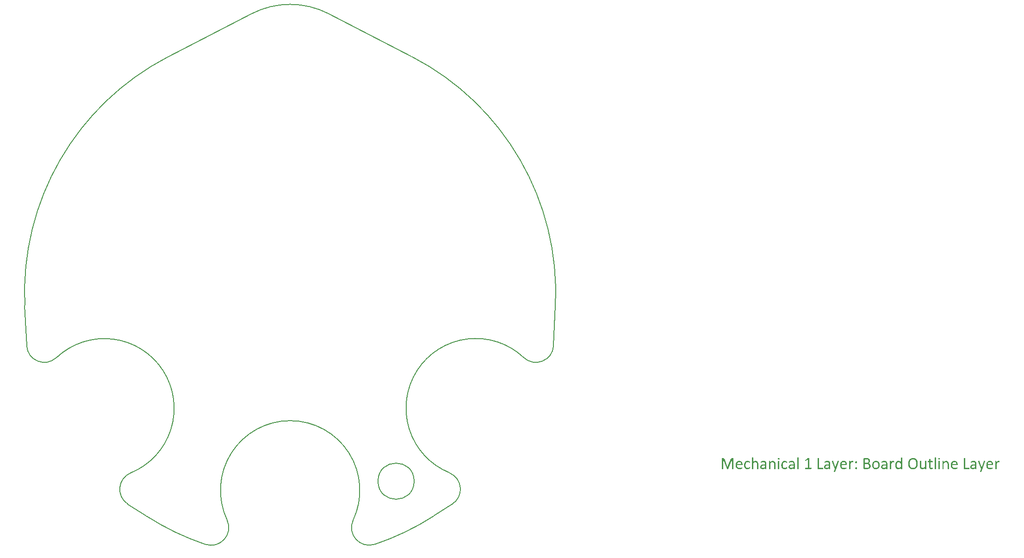
<source format=gm1>
%FSLAX23Y23*%
%MOIN*%
G70*
G01*
G75*
G04 Layer_Color=16711935*
%ADD10C,0.008*%
%ADD11C,0.010*%
%ADD12C,0.009*%
%ADD13C,0.020*%
%ADD14C,0.015*%
%ADD15C,0.030*%
%ADD16C,0.025*%
%ADD17C,0.080*%
%ADD18R,0.080X0.080*%
%ADD19C,0.260*%
%ADD20C,0.270*%
%ADD21R,0.060X0.060*%
%ADD22C,0.060*%
%ADD23C,0.059*%
%ADD24R,0.059X0.059*%
%ADD25C,0.260*%
%ADD26C,0.197*%
%ADD27C,0.315*%
%ADD28C,0.028*%
%ADD29C,0.050*%
%ADD30C,0.030*%
%ADD31C,0.040*%
%ADD32C,0.040*%
%ADD33C,0.100*%
G04:AMPARAMS|DCode=34|XSize=98mil|YSize=98mil|CornerRadius=0mil|HoleSize=0mil|Usage=FLASHONLY|Rotation=0.000|XOffset=0mil|YOffset=0mil|HoleType=Round|Shape=Relief|Width=20mil|Gap=10mil|Entries=4|*
%AMTHD34*
7,0,0,0.098,0.078,0.020,45*
%
%ADD34THD34*%
%ADD35C,0.078*%
G04:AMPARAMS|DCode=36|XSize=210mil|YSize=210mil|CornerRadius=0mil|HoleSize=0mil|Usage=FLASHONLY|Rotation=0.000|XOffset=0mil|YOffset=0mil|HoleType=Round|Shape=Relief|Width=20mil|Gap=10mil|Entries=4|*
%AMTHD36*
7,0,0,0.210,0.190,0.020,45*
%
%ADD36THD36*%
%ADD37C,0.075*%
G04:AMPARAMS|DCode=38|XSize=95mil|YSize=95mil|CornerRadius=0mil|HoleSize=0mil|Usage=FLASHONLY|Rotation=0.000|XOffset=0mil|YOffset=0mil|HoleType=Round|Shape=Relief|Width=20mil|Gap=10mil|Entries=4|*
%AMTHD38*
7,0,0,0.095,0.075,0.020,45*
%
%ADD38THD38*%
%ADD39C,0.075*%
G04:AMPARAMS|DCode=40|XSize=95.433mil|YSize=95.433mil|CornerRadius=0mil|HoleSize=0mil|Usage=FLASHONLY|Rotation=0.000|XOffset=0mil|YOffset=0mil|HoleType=Round|Shape=Relief|Width=20mil|Gap=10mil|Entries=4|*
%AMTHD40*
7,0,0,0.095,0.075,0.020,45*
%
%ADD40THD40*%
%ADD41C,0.070*%
G04:AMPARAMS|DCode=42|XSize=90mil|YSize=90mil|CornerRadius=0mil|HoleSize=0mil|Usage=FLASHONLY|Rotation=0.000|XOffset=0mil|YOffset=0mil|HoleType=Round|Shape=Relief|Width=20mil|Gap=10mil|Entries=4|*
%AMTHD42*
7,0,0,0.090,0.070,0.020,45*
%
%ADD42THD42*%
%ADD43C,0.300*%
%ADD44C,0.237*%
%ADD45C,0.355*%
%ADD46C,0.051*%
%ADD47C,0.068*%
%ADD48C,0.052*%
%ADD49C,0.007*%
%ADD50C,0.190*%
%ADD51R,0.014X0.067*%
%ADD52R,0.035X0.014*%
%ADD53R,0.020X0.049*%
%ADD54R,0.040X0.050*%
%ADD55R,0.040X0.040*%
%ADD56R,0.039X0.094*%
%ADD57R,0.130X0.094*%
%ADD58O,0.087X0.024*%
%ADD59O,0.073X0.024*%
%ADD60R,0.024X0.016*%
%ADD61R,0.055X0.138*%
%ADD62R,0.059X0.057*%
%ADD63R,0.043X0.045*%
%ADD64R,0.035X0.055*%
%ADD65R,0.087X0.055*%
%ADD66R,0.118X0.098*%
%ADD67O,0.012X0.069*%
%ADD68O,0.069X0.012*%
%ADD69R,0.075X0.043*%
%ADD70R,0.033X0.021*%
%ADD71R,0.033X0.010*%
%ADD72R,0.045X0.043*%
%ADD73R,0.055X0.035*%
%ADD74R,0.055X0.087*%
%ADD75R,0.014X0.035*%
%ADD76R,0.057X0.059*%
%ADD77R,0.050X0.040*%
%ADD78R,0.040X0.040*%
%ADD79R,0.021X0.033*%
%ADD80R,0.010X0.033*%
%ADD81C,0.012*%
%ADD82C,0.004*%
%ADD83C,0.008*%
%ADD84C,0.001*%
%ADD85C,0.006*%
%ADD86C,0.088*%
%ADD87R,0.088X0.088*%
%ADD88C,0.268*%
%ADD89C,0.278*%
%ADD90R,0.068X0.068*%
%ADD91C,0.067*%
%ADD92R,0.067X0.067*%
%ADD93C,0.103*%
%ADD94C,0.268*%
%ADD95C,0.205*%
%ADD96C,0.323*%
%ADD97C,0.036*%
%ADD98C,0.058*%
%ADD99R,0.022X0.075*%
%ADD100R,0.043X0.022*%
%ADD101R,0.028X0.057*%
%ADD102R,0.048X0.058*%
%ADD103R,0.048X0.048*%
%ADD104R,0.047X0.102*%
%ADD105R,0.138X0.102*%
%ADD106O,0.095X0.032*%
%ADD107O,0.081X0.032*%
%ADD108R,0.032X0.024*%
%ADD109R,0.063X0.146*%
%ADD110R,0.067X0.065*%
%ADD111R,0.051X0.053*%
%ADD112R,0.043X0.063*%
%ADD113R,0.095X0.063*%
%ADD114R,0.126X0.106*%
%ADD115O,0.020X0.077*%
%ADD116O,0.077X0.020*%
%ADD117R,0.083X0.051*%
%ADD118R,0.041X0.029*%
%ADD119R,0.041X0.018*%
%ADD120R,0.053X0.051*%
%ADD121R,0.063X0.043*%
%ADD122R,0.063X0.095*%
%ADD123R,0.022X0.043*%
%ADD124R,0.065X0.067*%
%ADD125R,0.058X0.048*%
%ADD126R,0.048X0.048*%
%ADD127R,0.029X0.041*%
%ADD128R,0.018X0.041*%
%ADD129C,0.010*%
%ADD130C,0.024*%
%ADD131C,0.004*%
%ADD132C,0.005*%
G36*
X3522Y-1213D02*
X3522D01*
X3523Y-1213D01*
X3523Y-1213D01*
X3524Y-1213D01*
X3524D01*
X3524Y-1213D01*
X3524Y-1214D01*
X3525Y-1214D01*
X3525Y-1215D01*
Y-1269D01*
Y-1269D01*
Y-1269D01*
X3524Y-1269D01*
X3524Y-1270D01*
X3524Y-1270D01*
X3523D01*
X3523Y-1270D01*
X3523D01*
X3522Y-1270D01*
X3522D01*
X3521Y-1270D01*
X3518D01*
X3517Y-1270D01*
X3517D01*
X3517Y-1270D01*
X3516Y-1270D01*
X3516D01*
X3516Y-1270D01*
X3515Y-1269D01*
Y-1269D01*
X3515Y-1269D01*
Y-1215D01*
Y-1214D01*
Y-1214D01*
X3515Y-1214D01*
Y-1214D01*
X3515Y-1214D01*
X3516Y-1213D01*
X3516D01*
X3516Y-1213D01*
X3517Y-1213D01*
X3517Y-1213D01*
X3517D01*
X3518Y-1213D01*
X3521D01*
X3522Y-1213D01*
D02*
G37*
G36*
X3414Y-1212D02*
X3416Y-1212D01*
X3417Y-1212D01*
X3419Y-1213D01*
X3421Y-1213D01*
X3421D01*
X3421Y-1214D01*
X3422Y-1214D01*
X3423Y-1214D01*
X3425Y-1215D01*
X3426Y-1216D01*
X3427Y-1217D01*
X3427Y-1217D01*
X3428Y-1218D01*
X3428Y-1218D01*
X3429Y-1219D01*
X3429Y-1220D01*
X3430Y-1221D01*
X3430Y-1222D01*
X3431Y-1224D01*
Y-1224D01*
X3431Y-1224D01*
X3431Y-1225D01*
X3432Y-1226D01*
X3432Y-1227D01*
X3432Y-1229D01*
X3432Y-1230D01*
Y-1232D01*
Y-1269D01*
Y-1269D01*
Y-1269D01*
X3432Y-1269D01*
X3432Y-1270D01*
X3431D01*
X3431Y-1270D01*
X3431Y-1270D01*
X3430Y-1270D01*
X3430D01*
X3430Y-1270D01*
X3429Y-1270D01*
X3427D01*
X3426Y-1270D01*
X3425Y-1270D01*
X3425D01*
X3425Y-1270D01*
X3424Y-1270D01*
X3424Y-1270D01*
X3424Y-1269D01*
X3424Y-1269D01*
X3424Y-1269D01*
Y-1263D01*
X3423Y-1263D01*
X3423Y-1264D01*
X3422Y-1265D01*
X3421Y-1265D01*
X3420Y-1266D01*
X3419Y-1267D01*
X3417Y-1268D01*
X3416Y-1269D01*
X3415Y-1269D01*
X3415Y-1269D01*
X3414Y-1270D01*
X3413Y-1270D01*
X3411Y-1271D01*
X3410Y-1271D01*
X3408Y-1271D01*
X3406Y-1271D01*
X3405D01*
X3404Y-1271D01*
X3403Y-1271D01*
X3401Y-1271D01*
X3399Y-1270D01*
X3399D01*
X3398Y-1270D01*
X3397Y-1270D01*
X3397Y-1269D01*
X3395Y-1268D01*
X3393Y-1267D01*
X3393Y-1267D01*
X3392Y-1267D01*
X3392Y-1266D01*
X3391Y-1265D01*
X3391Y-1265D01*
X3390Y-1264D01*
X3389Y-1262D01*
Y-1262D01*
X3389Y-1261D01*
X3389Y-1261D01*
X3389Y-1260D01*
X3388Y-1259D01*
X3388Y-1258D01*
X3388Y-1255D01*
Y-1255D01*
Y-1254D01*
X3388Y-1253D01*
X3388Y-1252D01*
X3388Y-1251D01*
X3389Y-1250D01*
X3389Y-1248D01*
X3390Y-1247D01*
X3390Y-1247D01*
X3390Y-1246D01*
X3390Y-1246D01*
X3391Y-1245D01*
X3392Y-1244D01*
X3393Y-1243D01*
X3394Y-1242D01*
X3395Y-1241D01*
X3395Y-1241D01*
X3396Y-1241D01*
X3396Y-1240D01*
X3397Y-1240D01*
X3399Y-1239D01*
X3400Y-1239D01*
X3402Y-1238D01*
X3403Y-1238D01*
X3404D01*
X3404Y-1238D01*
X3405Y-1238D01*
X3407Y-1237D01*
X3408Y-1237D01*
X3410Y-1237D01*
X3413Y-1237D01*
X3422D01*
Y-1233D01*
Y-1233D01*
Y-1232D01*
Y-1232D01*
X3422Y-1231D01*
X3422Y-1229D01*
X3422Y-1227D01*
Y-1227D01*
X3421Y-1227D01*
X3421Y-1226D01*
X3421Y-1226D01*
X3420Y-1224D01*
X3419Y-1223D01*
Y-1223D01*
X3419Y-1223D01*
X3418Y-1222D01*
X3417Y-1221D01*
X3416Y-1221D01*
X3415D01*
X3415Y-1221D01*
X3415Y-1220D01*
X3414Y-1220D01*
X3413Y-1220D01*
X3412Y-1220D01*
X3410Y-1220D01*
X3409D01*
X3408Y-1220D01*
X3406Y-1220D01*
X3403Y-1221D01*
X3403D01*
X3403Y-1221D01*
X3402Y-1221D01*
X3402Y-1221D01*
X3400Y-1222D01*
X3398Y-1223D01*
X3398D01*
X3398Y-1223D01*
X3397Y-1223D01*
X3397Y-1223D01*
X3396Y-1224D01*
X3395Y-1225D01*
X3394Y-1225D01*
X3394Y-1225D01*
X3393Y-1225D01*
X3392Y-1225D01*
X3392D01*
X3391Y-1225D01*
X3391Y-1225D01*
X3391Y-1225D01*
Y-1224D01*
X3391Y-1224D01*
X3391Y-1223D01*
Y-1223D01*
Y-1223D01*
Y-1222D01*
Y-1222D01*
Y-1222D01*
Y-1221D01*
Y-1221D01*
Y-1220D01*
X3391Y-1219D01*
Y-1219D01*
X3391Y-1219D01*
X3391Y-1218D01*
X3392Y-1218D01*
X3392Y-1218D01*
X3392Y-1217D01*
X3393Y-1217D01*
X3394Y-1216D01*
X3395D01*
X3395Y-1216D01*
X3395Y-1215D01*
X3396Y-1215D01*
X3397Y-1215D01*
X3399Y-1214D01*
X3399D01*
X3399Y-1214D01*
X3400Y-1214D01*
X3401Y-1213D01*
X3401Y-1213D01*
X3402Y-1213D01*
X3405Y-1213D01*
X3405D01*
X3405Y-1212D01*
X3406Y-1212D01*
X3407Y-1212D01*
X3407D01*
X3409Y-1212D01*
X3411Y-1212D01*
X3413D01*
X3414Y-1212D01*
D02*
G37*
G36*
X3661Y-1187D02*
X3661D01*
X3662Y-1187D01*
X3662Y-1187D01*
X3663Y-1187D01*
X3663D01*
X3663Y-1187D01*
X3663Y-1188D01*
X3664Y-1188D01*
X3664Y-1188D01*
Y-1269D01*
Y-1269D01*
Y-1269D01*
X3663Y-1269D01*
X3663Y-1270D01*
X3663Y-1270D01*
X3662D01*
X3662Y-1270D01*
X3662D01*
X3661Y-1270D01*
X3660D01*
X3660Y-1270D01*
X3657D01*
X3656Y-1270D01*
X3656D01*
X3656Y-1270D01*
X3655Y-1270D01*
X3655D01*
X3655Y-1270D01*
X3654Y-1269D01*
Y-1269D01*
X3654Y-1269D01*
Y-1188D01*
Y-1188D01*
Y-1188D01*
X3654Y-1188D01*
Y-1188D01*
X3654Y-1187D01*
X3655Y-1187D01*
X3655D01*
X3655Y-1187D01*
X3656Y-1187D01*
X3656Y-1187D01*
X3656D01*
X3657Y-1186D01*
X3660D01*
X3661Y-1187D01*
D02*
G37*
G36*
X3618Y-1212D02*
X3619Y-1212D01*
X3621Y-1212D01*
X3623Y-1213D01*
X3624Y-1213D01*
X3624D01*
X3625Y-1214D01*
X3626Y-1214D01*
X3626Y-1214D01*
X3629Y-1215D01*
X3630Y-1216D01*
X3631Y-1217D01*
X3631Y-1217D01*
X3631Y-1218D01*
X3632Y-1218D01*
X3632Y-1219D01*
X3633Y-1220D01*
X3633Y-1221D01*
X3634Y-1222D01*
X3634Y-1224D01*
Y-1224D01*
X3635Y-1224D01*
X3635Y-1225D01*
X3635Y-1226D01*
X3635Y-1227D01*
X3635Y-1229D01*
X3636Y-1230D01*
Y-1232D01*
Y-1269D01*
Y-1269D01*
Y-1269D01*
X3635Y-1269D01*
X3635Y-1270D01*
X3635D01*
X3635Y-1270D01*
X3634Y-1270D01*
X3634Y-1270D01*
X3634D01*
X3633Y-1270D01*
X3632Y-1270D01*
X3631D01*
X3630Y-1270D01*
X3629Y-1270D01*
X3629D01*
X3628Y-1270D01*
X3628Y-1270D01*
X3627Y-1270D01*
X3627Y-1269D01*
X3627Y-1269D01*
X3627Y-1269D01*
Y-1263D01*
X3627Y-1263D01*
X3626Y-1264D01*
X3626Y-1265D01*
X3625Y-1265D01*
X3624Y-1266D01*
X3622Y-1267D01*
X3621Y-1268D01*
X3619Y-1269D01*
X3619Y-1269D01*
X3618Y-1269D01*
X3617Y-1270D01*
X3616Y-1270D01*
X3615Y-1271D01*
X3613Y-1271D01*
X3612Y-1271D01*
X3610Y-1271D01*
X3608D01*
X3607Y-1271D01*
X3606Y-1271D01*
X3605Y-1271D01*
X3602Y-1270D01*
X3602D01*
X3602Y-1270D01*
X3601Y-1270D01*
X3600Y-1269D01*
X3598Y-1268D01*
X3596Y-1267D01*
X3596Y-1267D01*
X3596Y-1267D01*
X3596Y-1266D01*
X3595Y-1265D01*
X3594Y-1265D01*
X3594Y-1264D01*
X3593Y-1262D01*
Y-1262D01*
X3592Y-1261D01*
X3592Y-1261D01*
X3592Y-1260D01*
X3592Y-1259D01*
X3591Y-1258D01*
X3591Y-1255D01*
Y-1255D01*
Y-1254D01*
X3591Y-1253D01*
X3592Y-1252D01*
X3592Y-1251D01*
X3592Y-1250D01*
X3593Y-1248D01*
X3593Y-1247D01*
X3593Y-1247D01*
X3593Y-1246D01*
X3594Y-1246D01*
X3595Y-1245D01*
X3595Y-1244D01*
X3596Y-1243D01*
X3597Y-1242D01*
X3598Y-1241D01*
X3599Y-1241D01*
X3599Y-1241D01*
X3600Y-1240D01*
X3601Y-1240D01*
X3602Y-1239D01*
X3603Y-1239D01*
X3605Y-1238D01*
X3607Y-1238D01*
X3607D01*
X3608Y-1238D01*
X3609Y-1238D01*
X3610Y-1237D01*
X3612Y-1237D01*
X3614Y-1237D01*
X3616Y-1237D01*
X3626D01*
Y-1233D01*
Y-1233D01*
Y-1232D01*
Y-1232D01*
X3626Y-1231D01*
X3626Y-1229D01*
X3625Y-1227D01*
Y-1227D01*
X3625Y-1227D01*
X3625Y-1226D01*
X3625Y-1226D01*
X3624Y-1224D01*
X3623Y-1223D01*
Y-1223D01*
X3623Y-1223D01*
X3622Y-1222D01*
X3621Y-1221D01*
X3619Y-1221D01*
X3619D01*
X3619Y-1221D01*
X3618Y-1220D01*
X3618Y-1220D01*
X3617Y-1220D01*
X3616Y-1220D01*
X3613Y-1220D01*
X3612D01*
X3611Y-1220D01*
X3609Y-1220D01*
X3607Y-1221D01*
X3607D01*
X3606Y-1221D01*
X3606Y-1221D01*
X3605Y-1221D01*
X3603Y-1222D01*
X3602Y-1223D01*
X3602D01*
X3601Y-1223D01*
X3601Y-1223D01*
X3601Y-1223D01*
X3599Y-1224D01*
X3598Y-1225D01*
X3598Y-1225D01*
X3597Y-1225D01*
X3596Y-1225D01*
X3596Y-1225D01*
X3596D01*
X3595Y-1225D01*
X3595Y-1225D01*
X3594Y-1225D01*
Y-1224D01*
X3594Y-1224D01*
X3594Y-1223D01*
Y-1223D01*
Y-1223D01*
Y-1222D01*
Y-1222D01*
Y-1222D01*
Y-1221D01*
Y-1221D01*
Y-1220D01*
X3594Y-1219D01*
Y-1219D01*
X3594Y-1219D01*
X3595Y-1218D01*
X3595Y-1218D01*
X3595Y-1218D01*
X3596Y-1217D01*
X3597Y-1217D01*
X3598Y-1216D01*
X3598D01*
X3598Y-1216D01*
X3599Y-1215D01*
X3599Y-1215D01*
X3601Y-1215D01*
X3602Y-1214D01*
X3603D01*
X3603Y-1214D01*
X3603Y-1214D01*
X3604Y-1213D01*
X3605Y-1213D01*
X3606Y-1213D01*
X3608Y-1213D01*
X3608D01*
X3609Y-1212D01*
X3609Y-1212D01*
X3610Y-1212D01*
X3611D01*
X3612Y-1212D01*
X3614Y-1212D01*
X3616D01*
X3618Y-1212D01*
D02*
G37*
G36*
X3334Y-1187D02*
X3334D01*
X3335Y-1187D01*
X3335Y-1187D01*
X3336Y-1187D01*
X3336D01*
X3336Y-1187D01*
X3337Y-1188D01*
X3337Y-1188D01*
X3337Y-1188D01*
Y-1221D01*
X3337Y-1221D01*
X3337Y-1220D01*
X3338Y-1219D01*
X3339Y-1218D01*
X3341Y-1217D01*
X3342Y-1216D01*
X3344Y-1215D01*
X3345Y-1214D01*
X3345Y-1214D01*
X3346Y-1214D01*
X3347Y-1213D01*
X3348Y-1213D01*
X3349Y-1213D01*
X3351Y-1212D01*
X3352Y-1212D01*
X3354Y-1212D01*
X3355D01*
X3356Y-1212D01*
X3357Y-1212D01*
X3359Y-1212D01*
X3360Y-1213D01*
X3362Y-1213D01*
X3363Y-1214D01*
X3363Y-1214D01*
X3364Y-1214D01*
X3364Y-1214D01*
X3365Y-1215D01*
X3366Y-1216D01*
X3367Y-1217D01*
X3368Y-1218D01*
X3369Y-1219D01*
X3369Y-1219D01*
X3369Y-1219D01*
X3370Y-1220D01*
X3370Y-1221D01*
X3371Y-1222D01*
X3371Y-1223D01*
X3372Y-1224D01*
X3372Y-1226D01*
Y-1226D01*
X3372Y-1227D01*
X3373Y-1227D01*
X3373Y-1229D01*
X3373Y-1230D01*
X3373Y-1232D01*
X3373Y-1234D01*
Y-1236D01*
Y-1269D01*
Y-1269D01*
Y-1269D01*
X3373Y-1269D01*
X3373Y-1270D01*
X3372Y-1270D01*
X3372D01*
X3372Y-1270D01*
X3371D01*
X3371Y-1270D01*
X3370D01*
X3369Y-1270D01*
X3367D01*
X3366Y-1270D01*
X3366D01*
X3366Y-1270D01*
X3365Y-1270D01*
X3364D01*
X3364Y-1270D01*
X3364Y-1269D01*
Y-1269D01*
X3364Y-1269D01*
Y-1237D01*
Y-1237D01*
Y-1236D01*
Y-1235D01*
X3363Y-1234D01*
X3363Y-1232D01*
X3363Y-1231D01*
X3363Y-1230D01*
Y-1229D01*
X3363Y-1229D01*
X3362Y-1229D01*
X3362Y-1228D01*
X3362Y-1226D01*
X3361Y-1225D01*
Y-1225D01*
X3360Y-1224D01*
X3360Y-1224D01*
X3359Y-1223D01*
X3357Y-1222D01*
X3357D01*
X3357Y-1221D01*
X3356Y-1221D01*
X3356Y-1221D01*
X3354Y-1221D01*
X3352Y-1220D01*
X3351D01*
X3351Y-1221D01*
X3350Y-1221D01*
X3349Y-1221D01*
X3347Y-1222D01*
X3346Y-1222D01*
X3345Y-1223D01*
X3344Y-1223D01*
X3344Y-1224D01*
X3343Y-1224D01*
X3342Y-1225D01*
X3341Y-1226D01*
X3340Y-1228D01*
X3338Y-1229D01*
X3337Y-1231D01*
Y-1269D01*
Y-1269D01*
Y-1269D01*
X3337Y-1269D01*
X3336Y-1270D01*
X3336Y-1270D01*
X3336D01*
X3335Y-1270D01*
X3335D01*
X3334Y-1270D01*
X3334D01*
X3333Y-1270D01*
X3330D01*
X3329Y-1270D01*
X3329D01*
X3329Y-1270D01*
X3328Y-1270D01*
X3328D01*
X3328Y-1270D01*
X3327Y-1269D01*
Y-1269D01*
X3327Y-1269D01*
Y-1188D01*
Y-1188D01*
Y-1188D01*
X3327Y-1188D01*
Y-1188D01*
X3327Y-1187D01*
X3328Y-1187D01*
X3328D01*
X3328Y-1187D01*
X3329Y-1187D01*
X3329Y-1187D01*
X3329D01*
X3330Y-1186D01*
X3333D01*
X3334Y-1187D01*
D02*
G37*
G36*
X4612Y-1198D02*
X4612D01*
X4612Y-1199D01*
X4613Y-1199D01*
X4613Y-1199D01*
X4613D01*
X4613Y-1199D01*
X4614Y-1199D01*
X4614Y-1200D01*
X4614Y-1200D01*
Y-1213D01*
X4628D01*
X4629Y-1213D01*
X4629D01*
X4629Y-1213D01*
X4630Y-1214D01*
Y-1214D01*
X4630Y-1214D01*
X4630Y-1215D01*
X4630Y-1215D01*
Y-1215D01*
X4630Y-1216D01*
Y-1216D01*
Y-1217D01*
Y-1217D01*
Y-1218D01*
Y-1218D01*
X4630Y-1219D01*
X4630Y-1220D01*
X4629Y-1220D01*
X4629Y-1221D01*
X4629Y-1221D01*
X4628Y-1221D01*
X4614D01*
Y-1251D01*
Y-1252D01*
Y-1252D01*
X4614Y-1253D01*
Y-1254D01*
X4615Y-1257D01*
X4615Y-1258D01*
X4616Y-1260D01*
X4616Y-1260D01*
X4616Y-1260D01*
X4617Y-1261D01*
X4617Y-1261D01*
X4618Y-1262D01*
X4619Y-1262D01*
X4620Y-1262D01*
X4622Y-1263D01*
X4623D01*
X4624Y-1262D01*
X4624D01*
X4625Y-1262D01*
X4625Y-1262D01*
X4626Y-1262D01*
X4626Y-1262D01*
X4627Y-1262D01*
X4628Y-1261D01*
X4628D01*
X4628Y-1261D01*
X4629Y-1261D01*
X4629D01*
X4629Y-1261D01*
X4629Y-1261D01*
X4630Y-1262D01*
Y-1262D01*
X4630Y-1262D01*
X4630Y-1263D01*
Y-1263D01*
X4630Y-1263D01*
Y-1264D01*
Y-1265D01*
Y-1265D01*
Y-1266D01*
X4630Y-1266D01*
X4630Y-1267D01*
Y-1268D01*
X4630Y-1268D01*
X4629Y-1268D01*
X4629Y-1269D01*
X4629D01*
X4629Y-1269D01*
X4628Y-1269D01*
X4628Y-1270D01*
X4628D01*
X4627Y-1270D01*
X4626Y-1270D01*
X4625Y-1270D01*
X4625D01*
X4625Y-1270D01*
X4624Y-1271D01*
X4623Y-1271D01*
X4623D01*
X4622Y-1271D01*
X4621Y-1271D01*
X4619D01*
X4618Y-1271D01*
X4617Y-1271D01*
X4615Y-1271D01*
X4613Y-1270D01*
X4613D01*
X4613Y-1270D01*
X4612Y-1270D01*
X4611Y-1269D01*
X4610Y-1268D01*
X4608Y-1267D01*
X4608Y-1267D01*
X4608Y-1266D01*
X4607Y-1266D01*
X4607Y-1265D01*
X4607Y-1264D01*
X4606Y-1263D01*
X4605Y-1261D01*
Y-1261D01*
X4605Y-1260D01*
X4605Y-1259D01*
X4605Y-1258D01*
X4605Y-1257D01*
X4605Y-1256D01*
X4604Y-1254D01*
Y-1253D01*
Y-1221D01*
X4597D01*
X4596Y-1221D01*
X4596Y-1221D01*
X4595Y-1220D01*
Y-1220D01*
X4595Y-1219D01*
X4595Y-1219D01*
X4595Y-1217D01*
Y-1217D01*
Y-1216D01*
Y-1216D01*
X4595Y-1215D01*
Y-1215D01*
X4595Y-1215D01*
Y-1214D01*
X4595Y-1214D01*
Y-1214D01*
X4595Y-1214D01*
X4596Y-1213D01*
X4596D01*
X4596Y-1213D01*
X4597Y-1213D01*
X4604D01*
Y-1200D01*
Y-1200D01*
Y-1200D01*
X4605Y-1199D01*
Y-1199D01*
X4605Y-1199D01*
X4605Y-1199D01*
X4606D01*
X4606Y-1199D01*
X4606Y-1199D01*
X4607Y-1198D01*
X4607D01*
X4608Y-1198D01*
X4611D01*
X4612Y-1198D01*
D02*
G37*
G36*
X5043Y-1212D02*
X5045Y-1212D01*
X5047Y-1212D01*
X5048Y-1213D01*
X5050Y-1213D01*
X5052Y-1214D01*
X5052Y-1214D01*
X5053Y-1214D01*
X5054Y-1215D01*
X5055Y-1215D01*
X5056Y-1216D01*
X5057Y-1217D01*
X5058Y-1218D01*
X5059Y-1219D01*
X5060Y-1220D01*
X5060Y-1220D01*
X5060Y-1221D01*
X5061Y-1222D01*
X5062Y-1223D01*
X5062Y-1224D01*
X5063Y-1226D01*
X5064Y-1228D01*
Y-1228D01*
X5064Y-1228D01*
X5064Y-1229D01*
X5064Y-1230D01*
X5065Y-1232D01*
X5065Y-1234D01*
X5065Y-1235D01*
Y-1237D01*
Y-1239D01*
Y-1239D01*
Y-1240D01*
X5065Y-1240D01*
X5065Y-1242D01*
X5064Y-1243D01*
X5064Y-1243D01*
X5063Y-1243D01*
X5062Y-1243D01*
X5061Y-1243D01*
X5026D01*
Y-1244D01*
Y-1244D01*
Y-1245D01*
X5026Y-1246D01*
Y-1248D01*
X5026Y-1249D01*
X5027Y-1252D01*
Y-1252D01*
X5027Y-1252D01*
X5027Y-1253D01*
X5027Y-1254D01*
X5028Y-1256D01*
X5030Y-1258D01*
X5030Y-1258D01*
X5030Y-1258D01*
X5030Y-1259D01*
X5031Y-1259D01*
X5032Y-1260D01*
X5033Y-1261D01*
X5035Y-1262D01*
X5035D01*
X5036Y-1262D01*
X5036Y-1262D01*
X5037Y-1262D01*
X5039Y-1263D01*
X5040Y-1263D01*
X5042Y-1263D01*
X5045D01*
X5046Y-1263D01*
X5048Y-1263D01*
X5050Y-1263D01*
X5050D01*
X5051Y-1262D01*
X5051Y-1262D01*
X5052Y-1262D01*
X5054Y-1262D01*
X5055Y-1261D01*
X5056D01*
X5056Y-1261D01*
X5057Y-1261D01*
X5058Y-1260D01*
X5059Y-1260D01*
X5059D01*
X5059Y-1260D01*
X5060Y-1259D01*
X5061Y-1259D01*
X5061Y-1259D01*
X5062D01*
X5062Y-1259D01*
X5062D01*
X5062Y-1259D01*
X5062Y-1260D01*
Y-1260D01*
X5063Y-1260D01*
X5063Y-1261D01*
Y-1261D01*
X5063Y-1262D01*
Y-1262D01*
Y-1263D01*
Y-1263D01*
Y-1263D01*
X5063Y-1264D01*
Y-1264D01*
Y-1265D01*
X5063Y-1265D01*
X5062Y-1266D01*
X5062Y-1266D01*
X5062Y-1266D01*
X5062Y-1267D01*
X5062Y-1267D01*
X5061Y-1267D01*
X5060Y-1268D01*
X5060D01*
X5060Y-1268D01*
X5059Y-1268D01*
X5059Y-1268D01*
X5057Y-1269D01*
X5056Y-1269D01*
X5055D01*
X5055Y-1269D01*
X5055Y-1270D01*
X5054Y-1270D01*
X5053Y-1270D01*
X5052Y-1270D01*
X5050Y-1271D01*
X5049D01*
X5049Y-1271D01*
X5048D01*
X5048Y-1271D01*
X5046Y-1271D01*
X5045D01*
X5042Y-1271D01*
X5041D01*
X5040Y-1271D01*
X5038Y-1271D01*
X5037Y-1271D01*
X5035Y-1270D01*
X5033Y-1270D01*
X5031Y-1269D01*
X5030Y-1269D01*
X5030Y-1269D01*
X5029Y-1268D01*
X5028Y-1268D01*
X5026Y-1267D01*
X5025Y-1266D01*
X5024Y-1265D01*
X5022Y-1264D01*
X5022Y-1264D01*
X5022Y-1263D01*
X5021Y-1262D01*
X5020Y-1261D01*
X5019Y-1260D01*
X5019Y-1258D01*
X5018Y-1257D01*
X5017Y-1255D01*
Y-1254D01*
X5017Y-1254D01*
X5017Y-1253D01*
X5016Y-1251D01*
X5016Y-1249D01*
X5016Y-1247D01*
X5016Y-1244D01*
X5015Y-1242D01*
Y-1242D01*
Y-1242D01*
Y-1241D01*
X5016Y-1239D01*
X5016Y-1238D01*
X5016Y-1236D01*
X5016Y-1234D01*
X5017Y-1231D01*
X5017Y-1229D01*
X5017Y-1229D01*
X5017Y-1228D01*
X5018Y-1227D01*
X5018Y-1226D01*
X5019Y-1225D01*
X5020Y-1223D01*
X5021Y-1221D01*
X5022Y-1220D01*
X5022Y-1220D01*
X5023Y-1219D01*
X5024Y-1219D01*
X5025Y-1218D01*
X5026Y-1217D01*
X5027Y-1216D01*
X5029Y-1215D01*
X5030Y-1214D01*
X5031Y-1214D01*
X5031Y-1214D01*
X5032Y-1213D01*
X5034Y-1213D01*
X5035Y-1213D01*
X5037Y-1212D01*
X5039Y-1212D01*
X5041Y-1212D01*
X5042D01*
X5043Y-1212D01*
D02*
G37*
G36*
X4080Y-1257D02*
X4081Y-1257D01*
X4082Y-1257D01*
X4082Y-1257D01*
X4083Y-1258D01*
X4083Y-1258D01*
X4083Y-1258D01*
X4084Y-1259D01*
X4084Y-1259D01*
X4084Y-1260D01*
Y-1261D01*
X4085Y-1261D01*
X4085Y-1262D01*
Y-1264D01*
Y-1264D01*
Y-1264D01*
Y-1265D01*
X4085Y-1266D01*
X4084Y-1267D01*
Y-1267D01*
X4084Y-1268D01*
X4084Y-1268D01*
X4083Y-1269D01*
X4083Y-1269D01*
X4083Y-1270D01*
X4082Y-1270D01*
X4081Y-1270D01*
X4081D01*
X4080Y-1270D01*
X4080Y-1271D01*
X4077D01*
X4076Y-1270D01*
X4075Y-1270D01*
X4075D01*
X4074Y-1270D01*
X4074Y-1270D01*
X4073Y-1269D01*
X4073Y-1269D01*
X4073Y-1269D01*
X4072Y-1268D01*
X4072Y-1267D01*
Y-1267D01*
Y-1266D01*
X4072Y-1265D01*
Y-1264D01*
Y-1264D01*
Y-1263D01*
Y-1263D01*
Y-1262D01*
X4072Y-1260D01*
Y-1260D01*
X4072Y-1260D01*
X4073Y-1259D01*
X4073Y-1258D01*
X4073Y-1258D01*
X4074Y-1258D01*
X4074Y-1258D01*
X4075Y-1257D01*
X4075Y-1257D01*
X4076Y-1257D01*
X4077Y-1257D01*
X4079D01*
X4080Y-1257D01*
D02*
G37*
G36*
X4581Y-1213D02*
X4581D01*
X4582Y-1213D01*
X4582Y-1213D01*
X4583Y-1213D01*
X4583D01*
X4583Y-1213D01*
X4584Y-1214D01*
X4584Y-1214D01*
X4584Y-1215D01*
Y-1269D01*
Y-1269D01*
Y-1269D01*
X4584Y-1269D01*
X4583Y-1270D01*
X4583Y-1270D01*
X4583D01*
X4582Y-1270D01*
X4582D01*
X4581Y-1270D01*
X4581D01*
X4580Y-1270D01*
X4578D01*
X4577Y-1270D01*
X4577D01*
X4576Y-1270D01*
X4575Y-1270D01*
X4575Y-1270D01*
X4575Y-1269D01*
Y-1269D01*
X4575Y-1269D01*
Y-1262D01*
X4574Y-1262D01*
X4574Y-1262D01*
X4573Y-1263D01*
X4572Y-1264D01*
X4570Y-1266D01*
X4569Y-1267D01*
X4567Y-1268D01*
X4566Y-1269D01*
X4565Y-1269D01*
X4565Y-1269D01*
X4564Y-1270D01*
X4563Y-1270D01*
X4561Y-1270D01*
X4560Y-1271D01*
X4558Y-1271D01*
X4556Y-1271D01*
X4556D01*
X4555Y-1271D01*
X4553Y-1271D01*
X4552Y-1271D01*
X4550Y-1270D01*
X4549Y-1270D01*
X4547Y-1269D01*
X4547Y-1269D01*
X4547Y-1269D01*
X4546Y-1269D01*
X4545Y-1268D01*
X4544Y-1268D01*
X4543Y-1267D01*
X4541Y-1265D01*
X4541Y-1264D01*
X4541Y-1264D01*
X4541Y-1263D01*
X4540Y-1263D01*
X4540Y-1261D01*
X4539Y-1260D01*
X4538Y-1257D01*
Y-1257D01*
X4538Y-1257D01*
X4538Y-1256D01*
X4538Y-1255D01*
X4538Y-1253D01*
X4537Y-1251D01*
X4537Y-1249D01*
Y-1247D01*
Y-1215D01*
Y-1214D01*
Y-1214D01*
X4537Y-1214D01*
X4538Y-1214D01*
X4538Y-1213D01*
X4538D01*
X4539Y-1213D01*
X4539Y-1213D01*
X4540Y-1213D01*
X4540D01*
X4540Y-1213D01*
X4544D01*
X4545Y-1213D01*
X4545D01*
X4545Y-1213D01*
X4546Y-1213D01*
X4546Y-1213D01*
X4546D01*
X4546Y-1213D01*
X4547Y-1214D01*
X4547Y-1214D01*
X4547Y-1215D01*
Y-1246D01*
Y-1246D01*
Y-1247D01*
Y-1248D01*
X4547Y-1249D01*
X4548Y-1251D01*
X4548Y-1253D01*
X4548Y-1254D01*
Y-1254D01*
X4548Y-1254D01*
X4548Y-1255D01*
X4548Y-1255D01*
X4549Y-1257D01*
X4550Y-1259D01*
X4550Y-1259D01*
X4550Y-1259D01*
X4551Y-1260D01*
X4552Y-1261D01*
X4554Y-1262D01*
X4554D01*
X4554Y-1262D01*
X4554Y-1262D01*
X4555Y-1262D01*
X4557Y-1263D01*
X4559Y-1263D01*
X4559D01*
X4560Y-1263D01*
X4561Y-1262D01*
X4562Y-1262D01*
X4563Y-1262D01*
X4564Y-1261D01*
X4566Y-1260D01*
X4566Y-1260D01*
X4567Y-1260D01*
X4567Y-1259D01*
X4568Y-1258D01*
X4569Y-1257D01*
X4571Y-1256D01*
X4572Y-1254D01*
X4574Y-1252D01*
Y-1215D01*
Y-1214D01*
Y-1214D01*
X4574Y-1214D01*
X4574Y-1214D01*
X4575Y-1213D01*
X4575D01*
X4575Y-1213D01*
X4576Y-1213D01*
X4576Y-1213D01*
X4576D01*
X4577Y-1213D01*
X4580D01*
X4581Y-1213D01*
D02*
G37*
G36*
X4679D02*
X4679D01*
X4679Y-1213D01*
X4680Y-1213D01*
X4680Y-1213D01*
X4680D01*
X4680Y-1213D01*
X4681Y-1214D01*
X4681Y-1214D01*
X4681Y-1215D01*
Y-1269D01*
Y-1269D01*
Y-1269D01*
X4681Y-1269D01*
X4681Y-1270D01*
X4680Y-1270D01*
X4680D01*
X4680Y-1270D01*
X4679D01*
X4679Y-1270D01*
X4678D01*
X4677Y-1270D01*
X4675D01*
X4674Y-1270D01*
X4674D01*
X4673Y-1270D01*
X4672Y-1270D01*
X4672D01*
X4672Y-1270D01*
X4672Y-1269D01*
Y-1269D01*
X4671Y-1269D01*
Y-1215D01*
Y-1214D01*
Y-1214D01*
X4672Y-1214D01*
Y-1214D01*
X4672Y-1214D01*
X4672Y-1213D01*
X4672D01*
X4673Y-1213D01*
X4673Y-1213D01*
X4674Y-1213D01*
X4674D01*
X4674Y-1213D01*
X4678D01*
X4679Y-1213D01*
D02*
G37*
G36*
X4927Y-1212D02*
X4929Y-1212D01*
X4931Y-1212D01*
X4932Y-1213D01*
X4934Y-1213D01*
X4934D01*
X4934Y-1214D01*
X4935Y-1214D01*
X4936Y-1214D01*
X4938Y-1215D01*
X4939Y-1216D01*
X4940Y-1217D01*
X4940Y-1217D01*
X4941Y-1218D01*
X4941Y-1218D01*
X4942Y-1219D01*
X4942Y-1220D01*
X4943Y-1221D01*
X4944Y-1222D01*
X4944Y-1224D01*
Y-1224D01*
X4944Y-1224D01*
X4944Y-1225D01*
X4945Y-1226D01*
X4945Y-1227D01*
X4945Y-1229D01*
X4945Y-1230D01*
Y-1232D01*
Y-1269D01*
Y-1269D01*
Y-1269D01*
X4945Y-1269D01*
X4945Y-1270D01*
X4945D01*
X4944Y-1270D01*
X4944Y-1270D01*
X4943Y-1270D01*
X4943D01*
X4943Y-1270D01*
X4942Y-1270D01*
X4940D01*
X4939Y-1270D01*
X4938Y-1270D01*
X4938D01*
X4938Y-1270D01*
X4937Y-1270D01*
X4937Y-1270D01*
X4937Y-1269D01*
X4937Y-1269D01*
X4937Y-1269D01*
Y-1263D01*
X4936Y-1263D01*
X4936Y-1264D01*
X4935Y-1265D01*
X4934Y-1265D01*
X4933Y-1266D01*
X4932Y-1267D01*
X4930Y-1268D01*
X4929Y-1269D01*
X4929Y-1269D01*
X4928Y-1269D01*
X4927Y-1270D01*
X4926Y-1270D01*
X4925Y-1271D01*
X4923Y-1271D01*
X4921Y-1271D01*
X4920Y-1271D01*
X4918D01*
X4917Y-1271D01*
X4916Y-1271D01*
X4914Y-1271D01*
X4912Y-1270D01*
X4912D01*
X4911Y-1270D01*
X4911Y-1270D01*
X4910Y-1269D01*
X4908Y-1268D01*
X4906Y-1267D01*
X4906Y-1267D01*
X4906Y-1267D01*
X4905Y-1266D01*
X4905Y-1265D01*
X4904Y-1265D01*
X4903Y-1264D01*
X4902Y-1262D01*
Y-1262D01*
X4902Y-1261D01*
X4902Y-1261D01*
X4902Y-1260D01*
X4901Y-1259D01*
X4901Y-1258D01*
X4901Y-1255D01*
Y-1255D01*
Y-1254D01*
X4901Y-1253D01*
X4901Y-1252D01*
X4901Y-1251D01*
X4902Y-1250D01*
X4902Y-1248D01*
X4903Y-1247D01*
X4903Y-1247D01*
X4903Y-1246D01*
X4903Y-1246D01*
X4904Y-1245D01*
X4905Y-1244D01*
X4906Y-1243D01*
X4907Y-1242D01*
X4908Y-1241D01*
X4908Y-1241D01*
X4909Y-1241D01*
X4909Y-1240D01*
X4910Y-1240D01*
X4912Y-1239D01*
X4913Y-1239D01*
X4915Y-1238D01*
X4916Y-1238D01*
X4917D01*
X4917Y-1238D01*
X4918Y-1238D01*
X4920Y-1237D01*
X4921Y-1237D01*
X4923Y-1237D01*
X4926Y-1237D01*
X4935D01*
Y-1233D01*
Y-1233D01*
Y-1232D01*
Y-1232D01*
X4935Y-1231D01*
X4935Y-1229D01*
X4935Y-1227D01*
Y-1227D01*
X4935Y-1227D01*
X4934Y-1226D01*
X4934Y-1226D01*
X4933Y-1224D01*
X4932Y-1223D01*
Y-1223D01*
X4932Y-1223D01*
X4931Y-1222D01*
X4930Y-1221D01*
X4929Y-1221D01*
X4929D01*
X4928Y-1221D01*
X4928Y-1220D01*
X4927Y-1220D01*
X4926Y-1220D01*
X4925Y-1220D01*
X4923Y-1220D01*
X4922D01*
X4921Y-1220D01*
X4919Y-1220D01*
X4916Y-1221D01*
X4916D01*
X4916Y-1221D01*
X4915Y-1221D01*
X4915Y-1221D01*
X4913Y-1222D01*
X4911Y-1223D01*
X4911D01*
X4911Y-1223D01*
X4911Y-1223D01*
X4910Y-1223D01*
X4909Y-1224D01*
X4908Y-1225D01*
X4907Y-1225D01*
X4907Y-1225D01*
X4906Y-1225D01*
X4906Y-1225D01*
X4905D01*
X4905Y-1225D01*
X4904Y-1225D01*
X4904Y-1225D01*
Y-1224D01*
X4904Y-1224D01*
X4904Y-1223D01*
Y-1223D01*
Y-1223D01*
Y-1222D01*
Y-1222D01*
Y-1222D01*
Y-1221D01*
Y-1221D01*
Y-1220D01*
X4904Y-1219D01*
Y-1219D01*
X4904Y-1219D01*
X4904Y-1218D01*
X4905Y-1218D01*
X4905Y-1218D01*
X4905Y-1217D01*
X4906Y-1217D01*
X4907Y-1216D01*
X4908D01*
X4908Y-1216D01*
X4908Y-1215D01*
X4909Y-1215D01*
X4910Y-1215D01*
X4912Y-1214D01*
X4912D01*
X4912Y-1214D01*
X4913Y-1214D01*
X4914Y-1213D01*
X4915Y-1213D01*
X4916Y-1213D01*
X4918Y-1213D01*
X4918D01*
X4918Y-1212D01*
X4919Y-1212D01*
X4920Y-1212D01*
X4921D01*
X4922Y-1212D01*
X4924Y-1212D01*
X4926D01*
X4927Y-1212D01*
D02*
G37*
G36*
X4285D02*
X4286Y-1212D01*
X4288Y-1212D01*
X4290Y-1213D01*
X4291Y-1213D01*
X4291D01*
X4292Y-1214D01*
X4293Y-1214D01*
X4294Y-1214D01*
X4296Y-1215D01*
X4297Y-1216D01*
X4298Y-1217D01*
X4298Y-1217D01*
X4298Y-1218D01*
X4299Y-1218D01*
X4299Y-1219D01*
X4300Y-1220D01*
X4301Y-1221D01*
X4301Y-1222D01*
X4302Y-1224D01*
Y-1224D01*
X4302Y-1224D01*
X4302Y-1225D01*
X4302Y-1226D01*
X4302Y-1227D01*
X4303Y-1229D01*
X4303Y-1230D01*
Y-1232D01*
Y-1269D01*
Y-1269D01*
Y-1269D01*
X4303Y-1269D01*
X4302Y-1270D01*
X4302D01*
X4302Y-1270D01*
X4302Y-1270D01*
X4301Y-1270D01*
X4301D01*
X4300Y-1270D01*
X4300Y-1270D01*
X4298D01*
X4297Y-1270D01*
X4296Y-1270D01*
X4296D01*
X4295Y-1270D01*
X4295Y-1270D01*
X4295Y-1270D01*
X4295Y-1269D01*
X4294Y-1269D01*
X4294Y-1269D01*
Y-1263D01*
X4294Y-1263D01*
X4294Y-1264D01*
X4293Y-1265D01*
X4292Y-1265D01*
X4291Y-1266D01*
X4289Y-1267D01*
X4288Y-1268D01*
X4286Y-1269D01*
X4286Y-1269D01*
X4286Y-1269D01*
X4285Y-1270D01*
X4284Y-1270D01*
X4282Y-1271D01*
X4281Y-1271D01*
X4279Y-1271D01*
X4277Y-1271D01*
X4276D01*
X4275Y-1271D01*
X4273Y-1271D01*
X4272Y-1271D01*
X4269Y-1270D01*
X4269D01*
X4269Y-1270D01*
X4268Y-1270D01*
X4267Y-1269D01*
X4266Y-1268D01*
X4264Y-1267D01*
X4263Y-1267D01*
X4263Y-1267D01*
X4263Y-1266D01*
X4262Y-1265D01*
X4262Y-1265D01*
X4261Y-1264D01*
X4260Y-1262D01*
Y-1262D01*
X4260Y-1261D01*
X4259Y-1261D01*
X4259Y-1260D01*
X4259Y-1259D01*
X4259Y-1258D01*
X4259Y-1255D01*
Y-1255D01*
Y-1254D01*
X4259Y-1253D01*
X4259Y-1252D01*
X4259Y-1251D01*
X4259Y-1250D01*
X4260Y-1248D01*
X4260Y-1247D01*
X4261Y-1247D01*
X4261Y-1246D01*
X4261Y-1246D01*
X4262Y-1245D01*
X4262Y-1244D01*
X4263Y-1243D01*
X4264Y-1242D01*
X4266Y-1241D01*
X4266Y-1241D01*
X4266Y-1241D01*
X4267Y-1240D01*
X4268Y-1240D01*
X4269Y-1239D01*
X4271Y-1239D01*
X4272Y-1238D01*
X4274Y-1238D01*
X4274D01*
X4275Y-1238D01*
X4276Y-1238D01*
X4277Y-1237D01*
X4279Y-1237D01*
X4281Y-1237D01*
X4283Y-1237D01*
X4293D01*
Y-1233D01*
Y-1233D01*
Y-1232D01*
Y-1232D01*
X4293Y-1231D01*
X4293Y-1229D01*
X4292Y-1227D01*
Y-1227D01*
X4292Y-1227D01*
X4292Y-1226D01*
X4292Y-1226D01*
X4291Y-1224D01*
X4290Y-1223D01*
Y-1223D01*
X4290Y-1223D01*
X4289Y-1222D01*
X4288Y-1221D01*
X4286Y-1221D01*
X4286D01*
X4286Y-1221D01*
X4285Y-1220D01*
X4285Y-1220D01*
X4284Y-1220D01*
X4283Y-1220D01*
X4281Y-1220D01*
X4279D01*
X4278Y-1220D01*
X4276Y-1220D01*
X4274Y-1221D01*
X4274D01*
X4274Y-1221D01*
X4273Y-1221D01*
X4272Y-1221D01*
X4271Y-1222D01*
X4269Y-1223D01*
X4269D01*
X4269Y-1223D01*
X4268Y-1223D01*
X4268Y-1223D01*
X4266Y-1224D01*
X4265Y-1225D01*
X4265Y-1225D01*
X4264Y-1225D01*
X4264Y-1225D01*
X4263Y-1225D01*
X4263D01*
X4262Y-1225D01*
X4262Y-1225D01*
X4262Y-1225D01*
Y-1224D01*
X4261Y-1224D01*
X4261Y-1223D01*
Y-1223D01*
Y-1223D01*
Y-1222D01*
Y-1222D01*
Y-1222D01*
Y-1221D01*
Y-1221D01*
Y-1220D01*
X4261Y-1219D01*
Y-1219D01*
X4262Y-1219D01*
X4262Y-1218D01*
X4262Y-1218D01*
X4262Y-1218D01*
X4263Y-1217D01*
X4264Y-1217D01*
X4265Y-1216D01*
X4265D01*
X4266Y-1216D01*
X4266Y-1215D01*
X4266Y-1215D01*
X4268Y-1215D01*
X4270Y-1214D01*
X4270D01*
X4270Y-1214D01*
X4271Y-1214D01*
X4271Y-1213D01*
X4272Y-1213D01*
X4273Y-1213D01*
X4275Y-1213D01*
X4276D01*
X4276Y-1212D01*
X4276Y-1212D01*
X4277Y-1212D01*
X4278D01*
X4279Y-1212D01*
X4281Y-1212D01*
X4284D01*
X4285Y-1212D01*
D02*
G37*
G36*
X4650Y-1187D02*
X4651D01*
X4651Y-1187D01*
X4652Y-1187D01*
X4652Y-1187D01*
X4652D01*
X4652Y-1187D01*
X4653Y-1188D01*
X4653Y-1188D01*
X4653Y-1188D01*
Y-1269D01*
Y-1269D01*
Y-1269D01*
X4653Y-1269D01*
X4653Y-1270D01*
X4652Y-1270D01*
X4652D01*
X4652Y-1270D01*
X4651D01*
X4650Y-1270D01*
X4650D01*
X4649Y-1270D01*
X4646D01*
X4646Y-1270D01*
X4645D01*
X4645Y-1270D01*
X4644Y-1270D01*
X4644D01*
X4644Y-1270D01*
X4643Y-1269D01*
Y-1269D01*
X4643Y-1269D01*
Y-1188D01*
Y-1188D01*
Y-1188D01*
X4643Y-1188D01*
Y-1188D01*
X4644Y-1187D01*
X4644Y-1187D01*
X4644D01*
X4645Y-1187D01*
X4645Y-1187D01*
X4646Y-1187D01*
X4646D01*
X4646Y-1186D01*
X4650D01*
X4650Y-1187D01*
D02*
G37*
G36*
X3738Y-1192D02*
X3738D01*
X3738Y-1192D01*
X3739Y-1192D01*
X3739Y-1192D01*
X3739D01*
X3739Y-1193D01*
X3740Y-1193D01*
X3740Y-1193D01*
X3740Y-1193D01*
X3740Y-1194D01*
Y-1262D01*
X3754D01*
X3755Y-1262D01*
X3755D01*
X3755Y-1262D01*
X3756Y-1263D01*
Y-1263D01*
X3756Y-1263D01*
X3756Y-1264D01*
X3756Y-1264D01*
Y-1264D01*
X3756Y-1265D01*
X3756Y-1265D01*
Y-1266D01*
Y-1266D01*
Y-1267D01*
X3756Y-1267D01*
X3756Y-1268D01*
Y-1268D01*
X3756Y-1268D01*
X3756Y-1269D01*
X3755Y-1269D01*
X3755Y-1270D01*
X3755D01*
X3754Y-1270D01*
X3713D01*
X3713Y-1270D01*
X3713Y-1270D01*
X3712Y-1269D01*
Y-1269D01*
X3712Y-1269D01*
X3712Y-1268D01*
Y-1268D01*
Y-1267D01*
X3711Y-1267D01*
Y-1266D01*
Y-1266D01*
Y-1265D01*
Y-1265D01*
X3712Y-1264D01*
Y-1264D01*
X3712Y-1264D01*
X3712Y-1263D01*
Y-1263D01*
X3712Y-1263D01*
X3713Y-1262D01*
X3713D01*
X3713Y-1262D01*
X3714Y-1262D01*
X3730D01*
Y-1203D01*
X3715Y-1212D01*
X3715Y-1212D01*
X3714Y-1212D01*
X3714Y-1212D01*
X3713Y-1212D01*
X3712D01*
X3712Y-1212D01*
Y-1212D01*
X3712Y-1212D01*
X3711Y-1211D01*
X3711Y-1211D01*
Y-1211D01*
Y-1210D01*
X3711Y-1209D01*
Y-1209D01*
Y-1208D01*
Y-1208D01*
Y-1207D01*
Y-1207D01*
X3711Y-1206D01*
Y-1206D01*
X3711Y-1206D01*
Y-1205D01*
X3712Y-1205D01*
X3712Y-1205D01*
X3712Y-1205D01*
X3712Y-1204D01*
X3713Y-1204D01*
X3731Y-1193D01*
X3731Y-1193D01*
X3731Y-1192D01*
X3731D01*
X3731Y-1192D01*
X3732Y-1192D01*
X3732D01*
X3733Y-1192D01*
X3733D01*
X3734Y-1192D01*
X3737D01*
X3738Y-1192D01*
D02*
G37*
G36*
X4861Y-1192D02*
X4862Y-1192D01*
X4862D01*
X4862Y-1192D01*
X4863Y-1193D01*
X4863Y-1193D01*
X4863D01*
X4863Y-1193D01*
X4864Y-1193D01*
X4864Y-1193D01*
X4864Y-1193D01*
X4864Y-1194D01*
Y-1261D01*
X4892D01*
X4893Y-1261D01*
X4893D01*
X4893Y-1262D01*
X4894Y-1262D01*
Y-1262D01*
X4894Y-1263D01*
X4894Y-1263D01*
X4894Y-1264D01*
Y-1264D01*
X4894Y-1264D01*
Y-1265D01*
Y-1266D01*
Y-1266D01*
Y-1266D01*
Y-1267D01*
X4894Y-1268D01*
Y-1268D01*
X4894Y-1268D01*
X4894Y-1269D01*
Y-1269D01*
X4894Y-1269D01*
X4893Y-1270D01*
X4893D01*
X4892Y-1270D01*
X4857D01*
X4857Y-1270D01*
X4856Y-1270D01*
X4855Y-1269D01*
X4855Y-1269D01*
X4855Y-1268D01*
X4854Y-1267D01*
X4854Y-1266D01*
Y-1194D01*
Y-1194D01*
Y-1194D01*
X4854Y-1193D01*
Y-1193D01*
X4854Y-1193D01*
X4855Y-1193D01*
X4855D01*
X4855Y-1193D01*
X4856Y-1192D01*
X4857Y-1192D01*
X4857D01*
X4857Y-1192D01*
X4858Y-1192D01*
X4860D01*
X4861Y-1192D01*
D02*
G37*
G36*
X3874Y-1212D02*
X3876Y-1212D01*
X3877Y-1212D01*
X3879Y-1213D01*
X3881Y-1213D01*
X3881D01*
X3881Y-1214D01*
X3882Y-1214D01*
X3883Y-1214D01*
X3885Y-1215D01*
X3886Y-1216D01*
X3887Y-1217D01*
X3887Y-1217D01*
X3888Y-1218D01*
X3888Y-1218D01*
X3889Y-1219D01*
X3889Y-1220D01*
X3890Y-1221D01*
X3890Y-1222D01*
X3891Y-1224D01*
Y-1224D01*
X3891Y-1224D01*
X3891Y-1225D01*
X3892Y-1226D01*
X3892Y-1227D01*
X3892Y-1229D01*
X3892Y-1230D01*
Y-1232D01*
Y-1269D01*
Y-1269D01*
Y-1269D01*
X3892Y-1269D01*
X3892Y-1270D01*
X3891D01*
X3891Y-1270D01*
X3891Y-1270D01*
X3890Y-1270D01*
X3890D01*
X3890Y-1270D01*
X3889Y-1270D01*
X3887D01*
X3886Y-1270D01*
X3885Y-1270D01*
X3885D01*
X3885Y-1270D01*
X3884Y-1270D01*
X3884Y-1270D01*
X3884Y-1269D01*
X3884Y-1269D01*
X3884Y-1269D01*
Y-1263D01*
X3883Y-1263D01*
X3883Y-1264D01*
X3882Y-1265D01*
X3881Y-1265D01*
X3880Y-1266D01*
X3879Y-1267D01*
X3877Y-1268D01*
X3876Y-1269D01*
X3875Y-1269D01*
X3875Y-1269D01*
X3874Y-1270D01*
X3873Y-1270D01*
X3871Y-1271D01*
X3870Y-1271D01*
X3868Y-1271D01*
X3866Y-1271D01*
X3865D01*
X3864Y-1271D01*
X3863Y-1271D01*
X3861Y-1271D01*
X3859Y-1270D01*
X3859D01*
X3858Y-1270D01*
X3857Y-1270D01*
X3857Y-1269D01*
X3855Y-1268D01*
X3853Y-1267D01*
X3853Y-1267D01*
X3852Y-1267D01*
X3852Y-1266D01*
X3851Y-1265D01*
X3851Y-1265D01*
X3850Y-1264D01*
X3849Y-1262D01*
Y-1262D01*
X3849Y-1261D01*
X3849Y-1261D01*
X3849Y-1260D01*
X3848Y-1259D01*
X3848Y-1258D01*
X3848Y-1255D01*
Y-1255D01*
Y-1254D01*
X3848Y-1253D01*
X3848Y-1252D01*
X3848Y-1251D01*
X3849Y-1250D01*
X3849Y-1248D01*
X3850Y-1247D01*
X3850Y-1247D01*
X3850Y-1246D01*
X3850Y-1246D01*
X3851Y-1245D01*
X3852Y-1244D01*
X3853Y-1243D01*
X3854Y-1242D01*
X3855Y-1241D01*
X3855Y-1241D01*
X3856Y-1241D01*
X3856Y-1240D01*
X3857Y-1240D01*
X3859Y-1239D01*
X3860Y-1239D01*
X3862Y-1238D01*
X3863Y-1238D01*
X3864D01*
X3864Y-1238D01*
X3865Y-1238D01*
X3867Y-1237D01*
X3868Y-1237D01*
X3870Y-1237D01*
X3873Y-1237D01*
X3882D01*
Y-1233D01*
Y-1233D01*
Y-1232D01*
Y-1232D01*
X3882Y-1231D01*
X3882Y-1229D01*
X3882Y-1227D01*
Y-1227D01*
X3881Y-1227D01*
X3881Y-1226D01*
X3881Y-1226D01*
X3880Y-1224D01*
X3879Y-1223D01*
Y-1223D01*
X3879Y-1223D01*
X3878Y-1222D01*
X3877Y-1221D01*
X3876Y-1221D01*
X3875D01*
X3875Y-1221D01*
X3875Y-1220D01*
X3874Y-1220D01*
X3873Y-1220D01*
X3872Y-1220D01*
X3870Y-1220D01*
X3869D01*
X3868Y-1220D01*
X3865Y-1220D01*
X3863Y-1221D01*
X3863D01*
X3863Y-1221D01*
X3862Y-1221D01*
X3862Y-1221D01*
X3860Y-1222D01*
X3858Y-1223D01*
X3858D01*
X3858Y-1223D01*
X3857Y-1223D01*
X3857Y-1223D01*
X3856Y-1224D01*
X3855Y-1225D01*
X3854Y-1225D01*
X3854Y-1225D01*
X3853Y-1225D01*
X3852Y-1225D01*
X3852D01*
X3851Y-1225D01*
X3851Y-1225D01*
X3851Y-1225D01*
Y-1224D01*
X3851Y-1224D01*
X3850Y-1223D01*
Y-1223D01*
Y-1223D01*
Y-1222D01*
Y-1222D01*
Y-1222D01*
Y-1221D01*
Y-1221D01*
Y-1220D01*
X3851Y-1219D01*
Y-1219D01*
X3851Y-1219D01*
X3851Y-1218D01*
X3852Y-1218D01*
X3852Y-1218D01*
X3852Y-1217D01*
X3853Y-1217D01*
X3854Y-1216D01*
X3855D01*
X3855Y-1216D01*
X3855Y-1215D01*
X3856Y-1215D01*
X3857Y-1215D01*
X3859Y-1214D01*
X3859D01*
X3859Y-1214D01*
X3860Y-1214D01*
X3861Y-1213D01*
X3861Y-1213D01*
X3862Y-1213D01*
X3865Y-1213D01*
X3865D01*
X3865Y-1212D01*
X3866Y-1212D01*
X3867Y-1212D01*
X3867D01*
X3869Y-1212D01*
X3871Y-1212D01*
X3873D01*
X3874Y-1212D01*
D02*
G37*
G36*
X3808Y-1192D02*
X3808Y-1192D01*
X3809D01*
X3809Y-1192D01*
X3810Y-1193D01*
X3810Y-1193D01*
X3810D01*
X3810Y-1193D01*
X3811Y-1193D01*
X3811Y-1193D01*
X3811Y-1193D01*
X3811Y-1194D01*
Y-1261D01*
X3839D01*
X3840Y-1261D01*
X3840D01*
X3840Y-1262D01*
X3841Y-1262D01*
Y-1262D01*
X3841Y-1263D01*
X3841Y-1263D01*
X3841Y-1264D01*
Y-1264D01*
X3841Y-1264D01*
Y-1265D01*
Y-1266D01*
Y-1266D01*
Y-1266D01*
Y-1267D01*
X3841Y-1268D01*
Y-1268D01*
X3841Y-1268D01*
X3841Y-1269D01*
Y-1269D01*
X3841Y-1269D01*
X3840Y-1270D01*
X3840D01*
X3839Y-1270D01*
X3804D01*
X3804Y-1270D01*
X3803Y-1270D01*
X3802Y-1269D01*
X3802Y-1269D01*
X3802Y-1268D01*
X3801Y-1267D01*
X3801Y-1266D01*
Y-1194D01*
Y-1194D01*
Y-1194D01*
X3801Y-1193D01*
Y-1193D01*
X3801Y-1193D01*
X3802Y-1193D01*
X3802D01*
X3802Y-1193D01*
X3803Y-1192D01*
X3804Y-1192D01*
X3804D01*
X3804Y-1192D01*
X3805Y-1192D01*
X3807D01*
X3808Y-1192D01*
D02*
G37*
G36*
X4157Y-1193D02*
X4159Y-1193D01*
X4161Y-1193D01*
X4163Y-1193D01*
X4165Y-1194D01*
X4165D01*
X4165Y-1194D01*
X4166Y-1194D01*
X4167Y-1195D01*
X4170Y-1196D01*
X4171Y-1197D01*
X4172Y-1198D01*
X4172Y-1198D01*
X4173Y-1198D01*
X4173Y-1199D01*
X4174Y-1199D01*
X4174Y-1200D01*
X4175Y-1201D01*
X4176Y-1203D01*
X4177Y-1204D01*
X4177Y-1204D01*
X4177Y-1205D01*
X4177Y-1205D01*
X4177Y-1206D01*
X4178Y-1208D01*
X4178Y-1209D01*
X4178Y-1210D01*
Y-1212D01*
Y-1212D01*
Y-1213D01*
Y-1213D01*
X4178Y-1214D01*
X4178Y-1215D01*
X4177Y-1217D01*
Y-1218D01*
X4177Y-1218D01*
X4177Y-1218D01*
X4177Y-1219D01*
X4176Y-1220D01*
X4175Y-1222D01*
Y-1222D01*
X4175Y-1222D01*
X4174Y-1223D01*
X4173Y-1225D01*
X4172Y-1226D01*
X4172D01*
X4172Y-1226D01*
X4171Y-1226D01*
X4171Y-1227D01*
X4169Y-1228D01*
X4168Y-1229D01*
X4168D01*
X4168Y-1229D01*
X4169Y-1229D01*
X4170Y-1229D01*
X4172Y-1230D01*
X4174Y-1231D01*
X4174D01*
X4174Y-1231D01*
X4175Y-1231D01*
X4175Y-1232D01*
X4177Y-1233D01*
X4178Y-1235D01*
X4178Y-1235D01*
X4179Y-1235D01*
X4179Y-1236D01*
X4180Y-1237D01*
X4180Y-1237D01*
X4181Y-1238D01*
X4182Y-1241D01*
Y-1241D01*
X4182Y-1241D01*
X4182Y-1242D01*
X4182Y-1243D01*
X4183Y-1244D01*
X4183Y-1245D01*
X4183Y-1248D01*
Y-1248D01*
Y-1248D01*
Y-1249D01*
X4183Y-1250D01*
X4183Y-1251D01*
X4183Y-1252D01*
X4182Y-1255D01*
Y-1255D01*
X4182Y-1255D01*
X4182Y-1256D01*
X4181Y-1256D01*
X4180Y-1258D01*
X4179Y-1260D01*
X4179Y-1260D01*
X4179Y-1261D01*
X4179Y-1261D01*
X4178Y-1262D01*
X4177Y-1263D01*
X4175Y-1264D01*
X4175Y-1265D01*
X4175Y-1265D01*
X4174Y-1265D01*
X4174Y-1266D01*
X4173Y-1266D01*
X4172Y-1267D01*
X4170Y-1268D01*
X4170D01*
X4169Y-1268D01*
X4169Y-1268D01*
X4168Y-1268D01*
X4167Y-1268D01*
X4166Y-1269D01*
X4163Y-1269D01*
X4163D01*
X4163Y-1270D01*
X4162D01*
X4161Y-1270D01*
X4160Y-1270D01*
X4159D01*
X4157Y-1270D01*
X4135D01*
X4135Y-1270D01*
X4134Y-1270D01*
X4133Y-1269D01*
X4133Y-1269D01*
X4132Y-1268D01*
X4132Y-1267D01*
X4132Y-1266D01*
Y-1197D01*
Y-1197D01*
Y-1196D01*
X4132Y-1195D01*
X4132Y-1194D01*
X4133Y-1193D01*
X4133Y-1193D01*
X4134Y-1193D01*
X4134Y-1193D01*
X4135Y-1192D01*
X4156D01*
X4157Y-1193D01*
D02*
G37*
G36*
X3952Y-1213D02*
X3953Y-1213D01*
X3953D01*
X3953Y-1213D01*
X3954Y-1213D01*
X3954Y-1214D01*
X3954Y-1214D01*
X3954Y-1214D01*
X3954Y-1214D01*
X3955Y-1215D01*
Y-1215D01*
Y-1215D01*
X3954Y-1216D01*
X3954Y-1216D01*
X3935Y-1270D01*
X3928Y-1290D01*
X3928Y-1290D01*
X3927Y-1290D01*
X3927Y-1291D01*
X3926Y-1291D01*
X3925Y-1291D01*
X3925Y-1292D01*
X3924Y-1292D01*
X3923D01*
X3922Y-1292D01*
X3920D01*
X3920Y-1292D01*
X3919Y-1292D01*
X3919D01*
X3918Y-1291D01*
X3917Y-1291D01*
X3917D01*
X3917Y-1291D01*
X3917Y-1291D01*
X3917Y-1290D01*
Y-1290D01*
Y-1290D01*
X3917Y-1289D01*
X3917Y-1289D01*
X3924Y-1270D01*
X3924Y-1270D01*
X3924Y-1270D01*
X3924Y-1269D01*
Y-1269D01*
X3923Y-1269D01*
X3923Y-1268D01*
X3904Y-1217D01*
X3904Y-1216D01*
X3903Y-1216D01*
X3903Y-1215D01*
X3903Y-1215D01*
Y-1214D01*
Y-1214D01*
X3903Y-1214D01*
X3904Y-1214D01*
X3904Y-1213D01*
X3904Y-1213D01*
X3904Y-1213D01*
X3905Y-1213D01*
X3905D01*
X3906Y-1213D01*
X3907Y-1213D01*
X3910D01*
X3911Y-1213D01*
X3911D01*
X3911Y-1213D01*
X3912Y-1213D01*
X3912Y-1213D01*
X3913D01*
X3913Y-1213D01*
X3913Y-1214D01*
X3913Y-1214D01*
Y-1214D01*
X3914Y-1214D01*
X3914Y-1215D01*
X3929Y-1258D01*
X3929D01*
X3944Y-1215D01*
Y-1215D01*
X3945Y-1214D01*
X3945Y-1214D01*
X3945Y-1213D01*
X3945D01*
X3946Y-1213D01*
X3946Y-1213D01*
X3947Y-1213D01*
X3947D01*
X3948Y-1213D01*
X3948Y-1213D01*
X3951D01*
X3952Y-1213D01*
D02*
G37*
G36*
X4346Y-1212D02*
X4347D01*
X4347Y-1212D01*
X4348Y-1212D01*
X4348Y-1212D01*
X4349D01*
X4349Y-1213D01*
X4350Y-1213D01*
X4350Y-1213D01*
X4350D01*
X4351Y-1213D01*
X4351Y-1213D01*
X4352Y-1214D01*
X4352D01*
X4352Y-1214D01*
X4352Y-1214D01*
X4352Y-1214D01*
Y-1215D01*
Y-1215D01*
X4352Y-1215D01*
Y-1215D01*
Y-1216D01*
Y-1216D01*
X4353Y-1217D01*
Y-1217D01*
Y-1218D01*
Y-1218D01*
Y-1219D01*
Y-1220D01*
X4352Y-1220D01*
Y-1220D01*
Y-1221D01*
X4352Y-1222D01*
Y-1222D01*
X4352Y-1222D01*
X4352Y-1223D01*
X4352Y-1223D01*
X4351Y-1223D01*
X4351D01*
X4350Y-1223D01*
X4350D01*
X4349Y-1222D01*
X4349Y-1222D01*
X4348Y-1222D01*
X4348D01*
X4348Y-1222D01*
X4347Y-1222D01*
X4346Y-1221D01*
X4346D01*
X4346Y-1221D01*
X4345Y-1221D01*
X4344D01*
X4343Y-1221D01*
X4342Y-1221D01*
X4341Y-1222D01*
X4341Y-1222D01*
X4340Y-1222D01*
X4339Y-1223D01*
X4338Y-1224D01*
X4338Y-1224D01*
X4337Y-1225D01*
X4336Y-1226D01*
X4335Y-1228D01*
X4334Y-1228D01*
X4334Y-1228D01*
X4334Y-1228D01*
X4334Y-1229D01*
X4333Y-1230D01*
X4332Y-1231D01*
X4331Y-1233D01*
Y-1269D01*
Y-1269D01*
Y-1269D01*
X4331Y-1269D01*
X4330Y-1270D01*
X4330Y-1270D01*
X4330D01*
X4329Y-1270D01*
X4329D01*
X4328Y-1270D01*
X4328D01*
X4327Y-1270D01*
X4324D01*
X4323Y-1270D01*
X4323D01*
X4323Y-1270D01*
X4322Y-1270D01*
X4322D01*
X4322Y-1270D01*
X4321Y-1269D01*
Y-1269D01*
X4321Y-1269D01*
Y-1215D01*
Y-1214D01*
Y-1214D01*
X4321Y-1214D01*
X4321Y-1214D01*
X4322Y-1213D01*
X4322Y-1213D01*
X4322D01*
X4322Y-1213D01*
X4323Y-1213D01*
X4323Y-1213D01*
X4323D01*
X4324Y-1213D01*
X4327D01*
X4328Y-1213D01*
X4328D01*
X4328Y-1213D01*
X4329Y-1213D01*
X4329Y-1213D01*
X4329D01*
X4329Y-1213D01*
X4329Y-1214D01*
X4330Y-1214D01*
X4330Y-1214D01*
X4330Y-1215D01*
Y-1223D01*
X4330Y-1222D01*
X4330Y-1222D01*
X4331Y-1221D01*
X4331Y-1221D01*
X4333Y-1219D01*
X4334Y-1217D01*
X4334Y-1217D01*
X4334Y-1217D01*
X4335Y-1216D01*
X4336Y-1215D01*
X4338Y-1214D01*
X4338D01*
X4338Y-1214D01*
X4339Y-1213D01*
X4340Y-1213D01*
X4341Y-1212D01*
X4341D01*
X4341Y-1212D01*
X4342Y-1212D01*
X4343Y-1212D01*
X4345Y-1212D01*
X4346D01*
X4346Y-1212D01*
D02*
G37*
G36*
X5106D02*
X5106D01*
X5106Y-1212D01*
X5107Y-1212D01*
X5107Y-1212D01*
X5108D01*
X5108Y-1213D01*
X5109Y-1213D01*
X5109Y-1213D01*
X5110D01*
X5110Y-1213D01*
X5110Y-1213D01*
X5111Y-1214D01*
X5111D01*
X5111Y-1214D01*
X5111Y-1214D01*
X5111Y-1214D01*
Y-1215D01*
Y-1215D01*
X5111Y-1215D01*
Y-1215D01*
Y-1216D01*
Y-1216D01*
X5112Y-1217D01*
Y-1217D01*
Y-1218D01*
Y-1218D01*
Y-1219D01*
Y-1220D01*
X5111Y-1220D01*
Y-1220D01*
Y-1221D01*
X5111Y-1222D01*
Y-1222D01*
X5111Y-1222D01*
X5111Y-1223D01*
X5111Y-1223D01*
X5110Y-1223D01*
X5110D01*
X5109Y-1223D01*
X5109D01*
X5108Y-1222D01*
X5108Y-1222D01*
X5107Y-1222D01*
X5107D01*
X5107Y-1222D01*
X5106Y-1222D01*
X5105Y-1221D01*
X5105D01*
X5105Y-1221D01*
X5104Y-1221D01*
X5103D01*
X5102Y-1221D01*
X5101Y-1221D01*
X5100Y-1222D01*
X5100Y-1222D01*
X5099Y-1222D01*
X5098Y-1223D01*
X5097Y-1224D01*
X5097Y-1224D01*
X5096Y-1225D01*
X5095Y-1226D01*
X5094Y-1228D01*
X5094Y-1228D01*
X5093Y-1228D01*
X5093Y-1228D01*
X5093Y-1229D01*
X5092Y-1230D01*
X5092Y-1231D01*
X5090Y-1233D01*
Y-1269D01*
Y-1269D01*
Y-1269D01*
X5090Y-1269D01*
X5090Y-1270D01*
X5089Y-1270D01*
X5089D01*
X5088Y-1270D01*
X5088D01*
X5087Y-1270D01*
X5087D01*
X5086Y-1270D01*
X5083D01*
X5082Y-1270D01*
X5082D01*
X5082Y-1270D01*
X5081Y-1270D01*
X5081D01*
X5081Y-1270D01*
X5080Y-1269D01*
Y-1269D01*
X5080Y-1269D01*
Y-1215D01*
Y-1214D01*
Y-1214D01*
X5080Y-1214D01*
X5080Y-1214D01*
X5081Y-1213D01*
X5081Y-1213D01*
X5081D01*
X5081Y-1213D01*
X5082Y-1213D01*
X5082Y-1213D01*
X5082D01*
X5083Y-1213D01*
X5086D01*
X5087Y-1213D01*
X5087D01*
X5087Y-1213D01*
X5088Y-1213D01*
X5088Y-1213D01*
X5088D01*
X5088Y-1213D01*
X5089Y-1214D01*
X5089Y-1214D01*
X5089Y-1214D01*
X5089Y-1215D01*
Y-1223D01*
X5089Y-1222D01*
X5089Y-1222D01*
X5090Y-1221D01*
X5090Y-1221D01*
X5092Y-1219D01*
X5093Y-1217D01*
X5093Y-1217D01*
X5093Y-1217D01*
X5094Y-1216D01*
X5096Y-1215D01*
X5097Y-1214D01*
X5097D01*
X5097Y-1214D01*
X5098Y-1213D01*
X5099Y-1213D01*
X5100Y-1212D01*
X5100D01*
X5101Y-1212D01*
X5101Y-1212D01*
X5102Y-1212D01*
X5104Y-1212D01*
X5105D01*
X5106Y-1212D01*
D02*
G37*
G36*
X3238D02*
X3240Y-1212D01*
X3242Y-1212D01*
X3243Y-1213D01*
X3245Y-1213D01*
X3247Y-1214D01*
X3247Y-1214D01*
X3248Y-1214D01*
X3249Y-1215D01*
X3250Y-1215D01*
X3251Y-1216D01*
X3252Y-1217D01*
X3253Y-1218D01*
X3254Y-1219D01*
X3254Y-1220D01*
X3255Y-1220D01*
X3255Y-1221D01*
X3256Y-1222D01*
X3257Y-1223D01*
X3257Y-1224D01*
X3258Y-1226D01*
X3259Y-1228D01*
Y-1228D01*
X3259Y-1228D01*
X3259Y-1229D01*
X3259Y-1230D01*
X3260Y-1232D01*
X3260Y-1234D01*
X3260Y-1235D01*
Y-1237D01*
Y-1239D01*
Y-1239D01*
Y-1240D01*
X3260Y-1240D01*
X3259Y-1242D01*
X3259Y-1243D01*
X3259Y-1243D01*
X3258Y-1243D01*
X3257Y-1243D01*
X3256Y-1243D01*
X3221D01*
Y-1244D01*
Y-1244D01*
Y-1245D01*
X3221Y-1246D01*
Y-1248D01*
X3221Y-1249D01*
X3221Y-1252D01*
Y-1252D01*
X3222Y-1252D01*
X3222Y-1253D01*
X3222Y-1254D01*
X3223Y-1256D01*
X3225Y-1258D01*
X3225Y-1258D01*
X3225Y-1258D01*
X3225Y-1259D01*
X3226Y-1259D01*
X3227Y-1260D01*
X3228Y-1261D01*
X3230Y-1262D01*
X3230D01*
X3230Y-1262D01*
X3231Y-1262D01*
X3232Y-1262D01*
X3234Y-1263D01*
X3235Y-1263D01*
X3236Y-1263D01*
X3240D01*
X3241Y-1263D01*
X3243Y-1263D01*
X3245Y-1263D01*
X3245D01*
X3246Y-1262D01*
X3246Y-1262D01*
X3247Y-1262D01*
X3249Y-1262D01*
X3250Y-1261D01*
X3250D01*
X3251Y-1261D01*
X3252Y-1261D01*
X3253Y-1260D01*
X3254Y-1260D01*
X3254D01*
X3254Y-1260D01*
X3255Y-1259D01*
X3255Y-1259D01*
X3256Y-1259D01*
X3256D01*
X3257Y-1259D01*
X3257D01*
X3257Y-1259D01*
X3257Y-1260D01*
Y-1260D01*
X3258Y-1260D01*
X3258Y-1261D01*
Y-1261D01*
X3258Y-1262D01*
Y-1262D01*
Y-1263D01*
Y-1263D01*
Y-1263D01*
X3258Y-1264D01*
Y-1264D01*
Y-1265D01*
X3258Y-1265D01*
X3257Y-1266D01*
X3257Y-1266D01*
X3257Y-1266D01*
X3257Y-1267D01*
X3256Y-1267D01*
X3256Y-1267D01*
X3255Y-1268D01*
X3255D01*
X3254Y-1268D01*
X3254Y-1268D01*
X3254Y-1268D01*
X3252Y-1269D01*
X3250Y-1269D01*
X3250D01*
X3250Y-1269D01*
X3249Y-1270D01*
X3249Y-1270D01*
X3248Y-1270D01*
X3247Y-1270D01*
X3244Y-1271D01*
X3244D01*
X3244Y-1271D01*
X3243D01*
X3242Y-1271D01*
X3241Y-1271D01*
X3240D01*
X3237Y-1271D01*
X3236D01*
X3235Y-1271D01*
X3233Y-1271D01*
X3231Y-1271D01*
X3230Y-1270D01*
X3228Y-1270D01*
X3226Y-1269D01*
X3225Y-1269D01*
X3225Y-1269D01*
X3224Y-1268D01*
X3223Y-1268D01*
X3221Y-1267D01*
X3220Y-1266D01*
X3219Y-1265D01*
X3217Y-1264D01*
X3217Y-1264D01*
X3217Y-1263D01*
X3216Y-1262D01*
X3215Y-1261D01*
X3214Y-1260D01*
X3214Y-1258D01*
X3213Y-1257D01*
X3212Y-1255D01*
Y-1254D01*
X3212Y-1254D01*
X3211Y-1253D01*
X3211Y-1251D01*
X3211Y-1249D01*
X3211Y-1247D01*
X3210Y-1244D01*
X3210Y-1242D01*
Y-1242D01*
Y-1242D01*
Y-1241D01*
X3210Y-1239D01*
X3211Y-1238D01*
X3211Y-1236D01*
X3211Y-1234D01*
X3211Y-1231D01*
X3212Y-1229D01*
X3212Y-1229D01*
X3212Y-1228D01*
X3213Y-1227D01*
X3213Y-1226D01*
X3214Y-1225D01*
X3215Y-1223D01*
X3216Y-1221D01*
X3217Y-1220D01*
X3217Y-1220D01*
X3218Y-1219D01*
X3219Y-1219D01*
X3220Y-1218D01*
X3221Y-1217D01*
X3222Y-1216D01*
X3224Y-1215D01*
X3225Y-1214D01*
X3226Y-1214D01*
X3226Y-1214D01*
X3227Y-1213D01*
X3229Y-1213D01*
X3230Y-1213D01*
X3232Y-1212D01*
X3234Y-1212D01*
X3236Y-1212D01*
X3237D01*
X3238Y-1212D01*
D02*
G37*
G36*
X4052D02*
X4053D01*
X4053Y-1212D01*
X4054Y-1212D01*
X4054Y-1212D01*
X4055D01*
X4055Y-1213D01*
X4056Y-1213D01*
X4056Y-1213D01*
X4056D01*
X4057Y-1213D01*
X4057Y-1213D01*
X4058Y-1214D01*
X4058D01*
X4058Y-1214D01*
X4058Y-1214D01*
X4058Y-1214D01*
Y-1215D01*
Y-1215D01*
X4058Y-1215D01*
Y-1215D01*
Y-1216D01*
Y-1216D01*
X4059Y-1217D01*
Y-1217D01*
Y-1218D01*
Y-1218D01*
Y-1219D01*
Y-1220D01*
X4058Y-1220D01*
Y-1220D01*
Y-1221D01*
X4058Y-1222D01*
Y-1222D01*
X4058Y-1222D01*
X4058Y-1223D01*
X4058Y-1223D01*
X4057Y-1223D01*
X4057D01*
X4056Y-1223D01*
X4056D01*
X4055Y-1222D01*
X4055Y-1222D01*
X4054Y-1222D01*
X4054D01*
X4054Y-1222D01*
X4053Y-1222D01*
X4052Y-1221D01*
X4052D01*
X4052Y-1221D01*
X4051Y-1221D01*
X4050D01*
X4049Y-1221D01*
X4048Y-1221D01*
X4047Y-1222D01*
X4047Y-1222D01*
X4046Y-1222D01*
X4045Y-1223D01*
X4044Y-1224D01*
X4044Y-1224D01*
X4043Y-1225D01*
X4042Y-1226D01*
X4041Y-1228D01*
X4041Y-1228D01*
X4040Y-1228D01*
X4040Y-1228D01*
X4040Y-1229D01*
X4039Y-1230D01*
X4038Y-1231D01*
X4037Y-1233D01*
Y-1269D01*
Y-1269D01*
Y-1269D01*
X4037Y-1269D01*
X4036Y-1270D01*
X4036Y-1270D01*
X4036D01*
X4035Y-1270D01*
X4035D01*
X4034Y-1270D01*
X4034D01*
X4033Y-1270D01*
X4030D01*
X4029Y-1270D01*
X4029D01*
X4029Y-1270D01*
X4028Y-1270D01*
X4028D01*
X4028Y-1270D01*
X4027Y-1269D01*
Y-1269D01*
X4027Y-1269D01*
Y-1215D01*
Y-1214D01*
Y-1214D01*
X4027Y-1214D01*
X4027Y-1214D01*
X4028Y-1213D01*
X4028Y-1213D01*
X4028D01*
X4028Y-1213D01*
X4029Y-1213D01*
X4029Y-1213D01*
X4029D01*
X4030Y-1213D01*
X4033D01*
X4034Y-1213D01*
X4034D01*
X4034Y-1213D01*
X4035Y-1213D01*
X4035Y-1213D01*
X4035D01*
X4035Y-1213D01*
X4036Y-1214D01*
X4036Y-1214D01*
X4036Y-1214D01*
X4036Y-1215D01*
Y-1223D01*
X4036Y-1222D01*
X4036Y-1222D01*
X4037Y-1221D01*
X4037Y-1221D01*
X4039Y-1219D01*
X4040Y-1217D01*
X4040Y-1217D01*
X4040Y-1217D01*
X4041Y-1216D01*
X4042Y-1215D01*
X4044Y-1214D01*
X4044D01*
X4044Y-1214D01*
X4045Y-1213D01*
X4046Y-1213D01*
X4047Y-1212D01*
X4047D01*
X4047Y-1212D01*
X4048Y-1212D01*
X4049Y-1212D01*
X4051Y-1212D01*
X4052D01*
X4052Y-1212D01*
D02*
G37*
G36*
X3479D02*
X3481Y-1212D01*
X3482Y-1212D01*
X3484Y-1213D01*
X3485Y-1213D01*
X3486Y-1214D01*
X3487Y-1214D01*
X3487Y-1214D01*
X3488Y-1214D01*
X3489Y-1215D01*
X3489Y-1216D01*
X3491Y-1217D01*
X3492Y-1218D01*
X3492Y-1219D01*
X3493Y-1219D01*
X3493Y-1219D01*
X3493Y-1220D01*
X3494Y-1221D01*
X3494Y-1222D01*
X3495Y-1223D01*
X3495Y-1224D01*
X3496Y-1226D01*
Y-1226D01*
X3496Y-1227D01*
X3496Y-1227D01*
X3496Y-1229D01*
X3497Y-1230D01*
X3497Y-1232D01*
X3497Y-1234D01*
Y-1236D01*
Y-1269D01*
Y-1269D01*
Y-1269D01*
X3497Y-1269D01*
X3496Y-1270D01*
X3496Y-1270D01*
X3496D01*
X3495Y-1270D01*
X3495D01*
X3494Y-1270D01*
X3494D01*
X3493Y-1270D01*
X3490D01*
X3489Y-1270D01*
X3489D01*
X3489Y-1270D01*
X3488Y-1270D01*
X3488D01*
X3488Y-1270D01*
X3487Y-1269D01*
Y-1269D01*
X3487Y-1269D01*
Y-1237D01*
Y-1237D01*
Y-1236D01*
Y-1235D01*
X3487Y-1234D01*
X3487Y-1232D01*
X3486Y-1231D01*
X3486Y-1230D01*
Y-1229D01*
X3486Y-1229D01*
X3486Y-1229D01*
X3486Y-1228D01*
X3485Y-1226D01*
X3484Y-1225D01*
Y-1225D01*
X3484Y-1224D01*
X3483Y-1224D01*
X3482Y-1223D01*
X3480Y-1222D01*
X3480D01*
X3480Y-1221D01*
X3480Y-1221D01*
X3479Y-1221D01*
X3477Y-1221D01*
X3475Y-1220D01*
X3475D01*
X3474Y-1221D01*
X3473Y-1221D01*
X3472Y-1221D01*
X3471Y-1222D01*
X3469Y-1222D01*
X3468Y-1223D01*
X3468Y-1223D01*
X3467Y-1224D01*
X3467Y-1224D01*
X3466Y-1225D01*
X3464Y-1226D01*
X3463Y-1228D01*
X3462Y-1229D01*
X3460Y-1231D01*
Y-1269D01*
Y-1269D01*
Y-1269D01*
X3460Y-1269D01*
X3460Y-1270D01*
X3459Y-1270D01*
X3459D01*
X3459Y-1270D01*
X3458D01*
X3458Y-1270D01*
X3457D01*
X3456Y-1270D01*
X3454D01*
X3453Y-1270D01*
X3453D01*
X3452Y-1270D01*
X3451Y-1270D01*
X3451D01*
X3451Y-1270D01*
X3450Y-1269D01*
Y-1269D01*
X3450Y-1269D01*
Y-1215D01*
Y-1214D01*
Y-1214D01*
X3450Y-1214D01*
X3451Y-1214D01*
X3451Y-1213D01*
X3451Y-1213D01*
X3451D01*
X3452Y-1213D01*
X3452Y-1213D01*
X3453Y-1213D01*
X3453D01*
X3453Y-1213D01*
X3456D01*
X3457Y-1213D01*
X3457D01*
X3457Y-1213D01*
X3458Y-1213D01*
X3458Y-1213D01*
X3458D01*
X3459Y-1213D01*
X3459Y-1214D01*
X3459Y-1214D01*
X3459Y-1214D01*
X3459Y-1215D01*
Y-1222D01*
X3459Y-1221D01*
X3460Y-1221D01*
X3461Y-1220D01*
X3462Y-1219D01*
X3463Y-1218D01*
X3465Y-1216D01*
X3467Y-1215D01*
X3468Y-1214D01*
X3469Y-1214D01*
X3469Y-1214D01*
X3470Y-1214D01*
X3471Y-1213D01*
X3473Y-1213D01*
X3474Y-1212D01*
X3476Y-1212D01*
X3477Y-1212D01*
X3478D01*
X3479Y-1212D01*
D02*
G37*
G36*
X3522Y-1190D02*
X3523Y-1191D01*
X3524Y-1191D01*
X3524Y-1192D01*
X3525Y-1192D01*
X3525Y-1192D01*
X3525Y-1193D01*
X3525Y-1193D01*
X3526Y-1194D01*
X3526Y-1195D01*
Y-1196D01*
Y-1196D01*
Y-1197D01*
Y-1197D01*
X3526Y-1198D01*
X3525Y-1200D01*
X3525Y-1200D01*
X3524Y-1201D01*
X3524Y-1201D01*
X3524Y-1201D01*
X3523Y-1202D01*
X3523Y-1202D01*
X3522Y-1202D01*
X3521Y-1202D01*
X3518D01*
X3518Y-1202D01*
X3516Y-1202D01*
X3515Y-1202D01*
X3515Y-1201D01*
X3515Y-1201D01*
X3514Y-1201D01*
X3514Y-1200D01*
X3514Y-1199D01*
X3514Y-1199D01*
X3514Y-1198D01*
Y-1196D01*
Y-1196D01*
Y-1196D01*
X3514Y-1195D01*
Y-1194D01*
X3514Y-1193D01*
X3514Y-1192D01*
X3515Y-1192D01*
X3515Y-1191D01*
X3515Y-1191D01*
X3516Y-1191D01*
X3517Y-1191D01*
X3518Y-1191D01*
X3518Y-1190D01*
X3521D01*
X3522Y-1190D01*
D02*
G37*
G36*
X4678D02*
X4680Y-1191D01*
X4680Y-1191D01*
X4681Y-1192D01*
X4681Y-1192D01*
X4681Y-1192D01*
X4682Y-1193D01*
X4682Y-1193D01*
X4682Y-1194D01*
X4682Y-1195D01*
Y-1196D01*
Y-1196D01*
Y-1197D01*
Y-1197D01*
X4682Y-1198D01*
X4682Y-1200D01*
X4681Y-1200D01*
X4681Y-1201D01*
X4681Y-1201D01*
X4680Y-1201D01*
X4680Y-1202D01*
X4679Y-1202D01*
X4678Y-1202D01*
X4677Y-1202D01*
X4675D01*
X4674Y-1202D01*
X4673Y-1202D01*
X4672Y-1202D01*
X4671Y-1201D01*
X4671Y-1201D01*
X4671Y-1201D01*
X4671Y-1200D01*
X4671Y-1199D01*
X4670Y-1199D01*
X4670Y-1198D01*
Y-1196D01*
Y-1196D01*
Y-1196D01*
X4670Y-1195D01*
Y-1194D01*
X4671Y-1193D01*
X4671Y-1192D01*
X4671Y-1192D01*
X4672Y-1191D01*
X4672Y-1191D01*
X4672Y-1191D01*
X4673Y-1191D01*
X4674Y-1191D01*
X4675Y-1190D01*
X4677D01*
X4678Y-1190D01*
D02*
G37*
G36*
X4729Y-1212D02*
X4730Y-1212D01*
X4731Y-1212D01*
X4733Y-1213D01*
X4734Y-1213D01*
X4736Y-1214D01*
X4736Y-1214D01*
X4736Y-1214D01*
X4737Y-1214D01*
X4738Y-1215D01*
X4739Y-1216D01*
X4740Y-1217D01*
X4741Y-1218D01*
X4742Y-1219D01*
X4742Y-1219D01*
X4742Y-1219D01*
X4742Y-1220D01*
X4743Y-1221D01*
X4743Y-1222D01*
X4744Y-1223D01*
X4745Y-1224D01*
X4745Y-1226D01*
Y-1226D01*
X4745Y-1227D01*
X4745Y-1227D01*
X4745Y-1229D01*
X4746Y-1230D01*
X4746Y-1232D01*
X4746Y-1234D01*
Y-1236D01*
Y-1269D01*
Y-1269D01*
Y-1269D01*
X4746Y-1269D01*
X4746Y-1270D01*
X4745Y-1270D01*
X4745D01*
X4745Y-1270D01*
X4744D01*
X4743Y-1270D01*
X4743D01*
X4742Y-1270D01*
X4739D01*
X4739Y-1270D01*
X4738D01*
X4738Y-1270D01*
X4737Y-1270D01*
X4737D01*
X4737Y-1270D01*
X4736Y-1269D01*
Y-1269D01*
X4736Y-1269D01*
Y-1237D01*
Y-1237D01*
Y-1236D01*
Y-1235D01*
X4736Y-1234D01*
X4736Y-1232D01*
X4736Y-1231D01*
X4735Y-1230D01*
Y-1229D01*
X4735Y-1229D01*
X4735Y-1229D01*
X4735Y-1228D01*
X4734Y-1226D01*
X4733Y-1225D01*
Y-1225D01*
X4733Y-1224D01*
X4732Y-1224D01*
X4731Y-1223D01*
X4730Y-1222D01*
X4730D01*
X4729Y-1221D01*
X4729Y-1221D01*
X4728Y-1221D01*
X4727Y-1221D01*
X4725Y-1220D01*
X4724D01*
X4723Y-1221D01*
X4722Y-1221D01*
X4721Y-1221D01*
X4720Y-1222D01*
X4719Y-1222D01*
X4717Y-1223D01*
X4717Y-1223D01*
X4716Y-1224D01*
X4716Y-1224D01*
X4715Y-1225D01*
X4714Y-1226D01*
X4712Y-1228D01*
X4711Y-1229D01*
X4709Y-1231D01*
Y-1269D01*
Y-1269D01*
Y-1269D01*
X4709Y-1269D01*
X4709Y-1270D01*
X4708Y-1270D01*
X4708D01*
X4708Y-1270D01*
X4707D01*
X4707Y-1270D01*
X4706D01*
X4705Y-1270D01*
X4703D01*
X4702Y-1270D01*
X4702D01*
X4701Y-1270D01*
X4701Y-1270D01*
X4700D01*
X4700Y-1270D01*
X4700Y-1269D01*
Y-1269D01*
X4700Y-1269D01*
Y-1215D01*
Y-1214D01*
Y-1214D01*
X4700Y-1214D01*
X4700Y-1214D01*
X4700Y-1213D01*
X4700Y-1213D01*
X4701D01*
X4701Y-1213D01*
X4701Y-1213D01*
X4702Y-1213D01*
X4702D01*
X4702Y-1213D01*
X4705D01*
X4706Y-1213D01*
X4706D01*
X4707Y-1213D01*
X4707Y-1213D01*
X4707Y-1213D01*
X4708D01*
X4708Y-1213D01*
X4708Y-1214D01*
X4708Y-1214D01*
X4708Y-1214D01*
X4708Y-1215D01*
Y-1222D01*
X4709Y-1221D01*
X4709Y-1221D01*
X4710Y-1220D01*
X4711Y-1219D01*
X4713Y-1218D01*
X4714Y-1216D01*
X4716Y-1215D01*
X4717Y-1214D01*
X4718Y-1214D01*
X4718Y-1214D01*
X4719Y-1214D01*
X4720Y-1213D01*
X4722Y-1213D01*
X4723Y-1212D01*
X4725Y-1212D01*
X4727Y-1212D01*
X4728D01*
X4729Y-1212D01*
D02*
G37*
G36*
X4407Y-1187D02*
X4408Y-1187D01*
X4408D01*
X4408Y-1187D01*
X4409Y-1187D01*
X4409Y-1187D01*
X4409D01*
X4409Y-1188D01*
X4410Y-1188D01*
X4410Y-1188D01*
X4410Y-1189D01*
Y-1269D01*
Y-1269D01*
Y-1269D01*
X4410Y-1270D01*
X4410Y-1270D01*
X4409Y-1270D01*
X4409D01*
X4409Y-1270D01*
X4408D01*
X4408Y-1270D01*
X4407D01*
X4407Y-1270D01*
X4404D01*
X4404Y-1270D01*
X4403D01*
X4403Y-1270D01*
X4402Y-1270D01*
X4402D01*
X4402Y-1270D01*
X4401Y-1269D01*
Y-1269D01*
Y-1269D01*
X4401Y-1269D01*
Y-1261D01*
X4401Y-1262D01*
X4401Y-1262D01*
X4400Y-1263D01*
X4398Y-1264D01*
X4397Y-1265D01*
X4396Y-1266D01*
X4394Y-1268D01*
X4392Y-1269D01*
X4392Y-1269D01*
X4392Y-1269D01*
X4391Y-1269D01*
X4389Y-1270D01*
X4388Y-1270D01*
X4386Y-1271D01*
X4384Y-1271D01*
X4382Y-1271D01*
X4381D01*
X4380Y-1271D01*
X4379Y-1271D01*
X4377Y-1271D01*
X4376Y-1270D01*
X4374Y-1270D01*
X4372Y-1269D01*
X4372Y-1269D01*
X4371Y-1268D01*
X4371Y-1268D01*
X4370Y-1267D01*
X4369Y-1266D01*
X4368Y-1265D01*
X4366Y-1264D01*
X4365Y-1263D01*
X4365Y-1263D01*
X4365Y-1262D01*
X4364Y-1261D01*
X4364Y-1260D01*
X4363Y-1259D01*
X4363Y-1257D01*
X4362Y-1255D01*
X4362Y-1253D01*
Y-1253D01*
X4361Y-1253D01*
X4361Y-1251D01*
X4361Y-1250D01*
X4361Y-1248D01*
X4361Y-1246D01*
X4360Y-1244D01*
Y-1242D01*
Y-1242D01*
Y-1242D01*
Y-1241D01*
X4361Y-1240D01*
Y-1238D01*
X4361Y-1236D01*
X4361Y-1234D01*
X4362Y-1230D01*
X4362Y-1229D01*
X4362Y-1229D01*
X4363Y-1228D01*
X4363Y-1226D01*
X4364Y-1225D01*
X4364Y-1223D01*
X4365Y-1222D01*
X4366Y-1220D01*
X4366Y-1220D01*
X4367Y-1219D01*
X4367Y-1219D01*
X4368Y-1218D01*
X4369Y-1217D01*
X4371Y-1216D01*
X4372Y-1215D01*
X4373Y-1214D01*
X4374Y-1214D01*
X4374Y-1214D01*
X4375Y-1213D01*
X4376Y-1213D01*
X4378Y-1213D01*
X4380Y-1212D01*
X4382Y-1212D01*
X4384Y-1212D01*
X4384D01*
X4385Y-1212D01*
X4387Y-1212D01*
X4388Y-1212D01*
X4389Y-1213D01*
X4391Y-1213D01*
X4392Y-1214D01*
X4392Y-1214D01*
X4393Y-1214D01*
X4394Y-1215D01*
X4395Y-1215D01*
X4396Y-1216D01*
X4397Y-1217D01*
X4399Y-1219D01*
X4400Y-1220D01*
Y-1189D01*
Y-1189D01*
Y-1188D01*
X4400Y-1188D01*
Y-1188D01*
X4401Y-1188D01*
X4401Y-1187D01*
X4401D01*
X4402Y-1187D01*
X4402Y-1187D01*
X4403Y-1187D01*
X4403D01*
X4403Y-1187D01*
X4404Y-1187D01*
X4406D01*
X4407Y-1187D01*
D02*
G37*
G36*
X4789Y-1212D02*
X4790Y-1212D01*
X4792Y-1212D01*
X4794Y-1213D01*
X4795Y-1213D01*
X4797Y-1214D01*
X4797Y-1214D01*
X4798Y-1214D01*
X4799Y-1215D01*
X4800Y-1215D01*
X4801Y-1216D01*
X4802Y-1217D01*
X4803Y-1218D01*
X4804Y-1219D01*
X4805Y-1220D01*
X4805Y-1220D01*
X4805Y-1221D01*
X4806Y-1222D01*
X4807Y-1223D01*
X4808Y-1224D01*
X4808Y-1226D01*
X4809Y-1228D01*
Y-1228D01*
X4809Y-1228D01*
X4809Y-1229D01*
X4809Y-1230D01*
X4810Y-1232D01*
X4810Y-1234D01*
X4810Y-1235D01*
Y-1237D01*
Y-1239D01*
Y-1239D01*
Y-1240D01*
X4810Y-1240D01*
X4810Y-1242D01*
X4809Y-1243D01*
X4809Y-1243D01*
X4808Y-1243D01*
X4807Y-1243D01*
X4806Y-1243D01*
X4771D01*
Y-1244D01*
Y-1244D01*
Y-1245D01*
X4771Y-1246D01*
Y-1248D01*
X4771Y-1249D01*
X4772Y-1252D01*
Y-1252D01*
X4772Y-1252D01*
X4772Y-1253D01*
X4772Y-1254D01*
X4773Y-1256D01*
X4775Y-1258D01*
X4775Y-1258D01*
X4775Y-1258D01*
X4775Y-1259D01*
X4776Y-1259D01*
X4777Y-1260D01*
X4778Y-1261D01*
X4780Y-1262D01*
X4780D01*
X4781Y-1262D01*
X4781Y-1262D01*
X4782Y-1262D01*
X4784Y-1263D01*
X4785Y-1263D01*
X4787Y-1263D01*
X4790D01*
X4791Y-1263D01*
X4793Y-1263D01*
X4795Y-1263D01*
X4795D01*
X4796Y-1262D01*
X4796Y-1262D01*
X4797Y-1262D01*
X4799Y-1262D01*
X4800Y-1261D01*
X4801D01*
X4801Y-1261D01*
X4802Y-1261D01*
X4803Y-1260D01*
X4804Y-1260D01*
X4804D01*
X4804Y-1260D01*
X4805Y-1259D01*
X4806Y-1259D01*
X4806Y-1259D01*
X4807D01*
X4807Y-1259D01*
X4807D01*
X4807Y-1259D01*
X4808Y-1260D01*
Y-1260D01*
X4808Y-1260D01*
X4808Y-1261D01*
Y-1261D01*
X4808Y-1262D01*
Y-1262D01*
Y-1263D01*
Y-1263D01*
Y-1263D01*
X4808Y-1264D01*
Y-1264D01*
Y-1265D01*
X4808Y-1265D01*
X4808Y-1266D01*
X4807Y-1266D01*
X4807Y-1266D01*
X4807Y-1267D01*
X4807Y-1267D01*
X4806Y-1267D01*
X4805Y-1268D01*
X4805D01*
X4805Y-1268D01*
X4804Y-1268D01*
X4804Y-1268D01*
X4802Y-1269D01*
X4801Y-1269D01*
X4800D01*
X4800Y-1269D01*
X4800Y-1270D01*
X4799Y-1270D01*
X4798Y-1270D01*
X4797Y-1270D01*
X4795Y-1271D01*
X4794D01*
X4794Y-1271D01*
X4793D01*
X4793Y-1271D01*
X4791Y-1271D01*
X4790D01*
X4787Y-1271D01*
X4786D01*
X4785Y-1271D01*
X4784Y-1271D01*
X4782Y-1271D01*
X4780Y-1270D01*
X4778Y-1270D01*
X4776Y-1269D01*
X4775Y-1269D01*
X4775Y-1269D01*
X4774Y-1268D01*
X4773Y-1268D01*
X4771Y-1267D01*
X4770Y-1266D01*
X4769Y-1265D01*
X4767Y-1264D01*
X4767Y-1264D01*
X4767Y-1263D01*
X4766Y-1262D01*
X4765Y-1261D01*
X4764Y-1260D01*
X4764Y-1258D01*
X4763Y-1257D01*
X4762Y-1255D01*
Y-1254D01*
X4762Y-1254D01*
X4762Y-1253D01*
X4761Y-1251D01*
X4761Y-1249D01*
X4761Y-1247D01*
X4761Y-1244D01*
X4760Y-1242D01*
Y-1242D01*
Y-1242D01*
Y-1241D01*
X4761Y-1239D01*
X4761Y-1238D01*
X4761Y-1236D01*
X4761Y-1234D01*
X4762Y-1231D01*
X4762Y-1229D01*
X4762Y-1229D01*
X4762Y-1228D01*
X4763Y-1227D01*
X4764Y-1226D01*
X4764Y-1225D01*
X4765Y-1223D01*
X4766Y-1221D01*
X4767Y-1220D01*
X4767Y-1220D01*
X4768Y-1219D01*
X4769Y-1219D01*
X4770Y-1218D01*
X4771Y-1217D01*
X4772Y-1216D01*
X4774Y-1215D01*
X4775Y-1214D01*
X4776Y-1214D01*
X4776Y-1214D01*
X4777Y-1213D01*
X4779Y-1213D01*
X4780Y-1213D01*
X4782Y-1212D01*
X4784Y-1212D01*
X4786Y-1212D01*
X4787D01*
X4789Y-1212D01*
D02*
G37*
G36*
X4491Y-1191D02*
X4494Y-1192D01*
X4496Y-1192D01*
X4498Y-1192D01*
X4501Y-1193D01*
X4503Y-1194D01*
X4504D01*
X4504Y-1194D01*
X4505Y-1194D01*
X4506Y-1195D01*
X4507Y-1196D01*
X4509Y-1197D01*
X4511Y-1198D01*
X4512Y-1200D01*
X4514Y-1202D01*
X4514Y-1202D01*
X4515Y-1202D01*
X4515Y-1204D01*
X4516Y-1205D01*
X4517Y-1207D01*
X4519Y-1209D01*
X4520Y-1211D01*
X4520Y-1214D01*
Y-1214D01*
X4520Y-1214D01*
Y-1214D01*
X4521Y-1215D01*
X4521Y-1216D01*
X4521Y-1217D01*
X4521Y-1219D01*
X4522Y-1221D01*
X4522Y-1224D01*
X4522Y-1227D01*
X4522Y-1230D01*
Y-1231D01*
Y-1231D01*
Y-1231D01*
Y-1232D01*
Y-1233D01*
X4522Y-1234D01*
X4522Y-1236D01*
X4522Y-1239D01*
X4521Y-1242D01*
X4521Y-1244D01*
X4520Y-1247D01*
Y-1248D01*
X4520Y-1248D01*
X4520Y-1248D01*
X4520Y-1249D01*
X4519Y-1250D01*
X4519Y-1252D01*
X4518Y-1254D01*
X4516Y-1256D01*
X4515Y-1258D01*
X4514Y-1260D01*
X4513Y-1260D01*
X4513Y-1261D01*
X4512Y-1262D01*
X4510Y-1263D01*
X4509Y-1264D01*
X4507Y-1266D01*
X4505Y-1267D01*
X4502Y-1268D01*
X4502D01*
X4502Y-1268D01*
X4502Y-1269D01*
X4501Y-1269D01*
X4500Y-1269D01*
X4498Y-1270D01*
X4496Y-1270D01*
X4493Y-1271D01*
X4490Y-1271D01*
X4487Y-1271D01*
X4485D01*
X4485Y-1271D01*
X4484D01*
X4482Y-1271D01*
X4479Y-1271D01*
X4477Y-1270D01*
X4474Y-1269D01*
X4472Y-1269D01*
X4471Y-1268D01*
X4471Y-1268D01*
X4470Y-1268D01*
X4468Y-1267D01*
X4466Y-1266D01*
X4465Y-1264D01*
X4463Y-1263D01*
X4461Y-1261D01*
X4461Y-1261D01*
X4461Y-1260D01*
X4460Y-1259D01*
X4459Y-1258D01*
X4458Y-1256D01*
X4457Y-1254D01*
X4456Y-1251D01*
X4455Y-1249D01*
Y-1248D01*
X4455Y-1248D01*
Y-1248D01*
X4455Y-1247D01*
X4455Y-1247D01*
X4454Y-1246D01*
X4454Y-1244D01*
X4454Y-1241D01*
X4453Y-1238D01*
X4453Y-1235D01*
X4453Y-1232D01*
Y-1232D01*
Y-1231D01*
Y-1231D01*
Y-1230D01*
Y-1229D01*
X4453Y-1228D01*
X4453Y-1226D01*
X4454Y-1224D01*
X4454Y-1221D01*
X4454Y-1218D01*
X4455Y-1215D01*
Y-1215D01*
X4455Y-1215D01*
X4455Y-1214D01*
X4456Y-1214D01*
X4456Y-1212D01*
X4457Y-1211D01*
X4458Y-1209D01*
X4459Y-1207D01*
X4460Y-1204D01*
X4462Y-1202D01*
X4462Y-1202D01*
X4463Y-1202D01*
X4464Y-1201D01*
X4465Y-1199D01*
X4466Y-1198D01*
X4468Y-1197D01*
X4471Y-1195D01*
X4473Y-1194D01*
X4473D01*
X4473Y-1194D01*
X4474Y-1194D01*
X4474Y-1194D01*
X4476Y-1193D01*
X4477Y-1193D01*
X4480Y-1192D01*
X4482Y-1192D01*
X4485Y-1191D01*
X4488Y-1191D01*
X4490D01*
X4491Y-1191D01*
D02*
G37*
G36*
X5005Y-1213D02*
X5006Y-1213D01*
X5006D01*
X5006Y-1213D01*
X5007Y-1213D01*
X5007Y-1214D01*
X5007Y-1214D01*
X5007Y-1214D01*
X5008Y-1214D01*
X5008Y-1215D01*
Y-1215D01*
Y-1215D01*
X5008Y-1216D01*
X5007Y-1216D01*
X4988Y-1270D01*
X4981Y-1290D01*
X4981Y-1290D01*
X4980Y-1290D01*
X4980Y-1291D01*
X4979Y-1291D01*
X4979Y-1291D01*
X4978Y-1292D01*
X4977Y-1292D01*
X4976D01*
X4975Y-1292D01*
X4974D01*
X4973Y-1292D01*
X4972Y-1292D01*
X4972D01*
X4971Y-1291D01*
X4970Y-1291D01*
X4970D01*
X4970Y-1291D01*
X4970Y-1291D01*
X4970Y-1290D01*
Y-1290D01*
Y-1290D01*
X4970Y-1289D01*
X4970Y-1289D01*
X4978Y-1270D01*
X4977Y-1270D01*
X4977Y-1270D01*
X4977Y-1269D01*
Y-1269D01*
X4976Y-1269D01*
X4976Y-1268D01*
X4957Y-1217D01*
X4957Y-1216D01*
X4956Y-1216D01*
X4956Y-1215D01*
X4956Y-1215D01*
Y-1214D01*
Y-1214D01*
X4956Y-1214D01*
X4957Y-1214D01*
X4957Y-1213D01*
X4957Y-1213D01*
X4958Y-1213D01*
X4958Y-1213D01*
X4958D01*
X4959Y-1213D01*
X4960Y-1213D01*
X4963D01*
X4964Y-1213D01*
X4964D01*
X4965Y-1213D01*
X4965Y-1213D01*
X4965Y-1213D01*
X4966D01*
X4966Y-1213D01*
X4966Y-1214D01*
X4966Y-1214D01*
Y-1214D01*
X4967Y-1214D01*
X4967Y-1215D01*
X4982Y-1258D01*
X4983D01*
X4998Y-1215D01*
Y-1215D01*
X4998Y-1214D01*
X4998Y-1214D01*
X4998Y-1213D01*
X4998D01*
X4999Y-1213D01*
X4999Y-1213D01*
X5000Y-1213D01*
X5000D01*
X5001Y-1213D01*
X5002Y-1213D01*
X5004D01*
X5005Y-1213D01*
D02*
G37*
G36*
X3191Y-1193D02*
X3192Y-1193D01*
X3192D01*
X3192Y-1193D01*
X3193Y-1193D01*
X3193Y-1194D01*
X3193Y-1194D01*
X3193Y-1194D01*
X3194Y-1194D01*
X3194Y-1195D01*
X3194Y-1195D01*
X3194Y-1196D01*
X3194Y-1196D01*
Y-1197D01*
Y-1269D01*
Y-1269D01*
X3194Y-1269D01*
X3194Y-1270D01*
X3194Y-1270D01*
X3193Y-1270D01*
X3193D01*
X3193Y-1270D01*
X3192D01*
X3192Y-1270D01*
X3191D01*
X3191Y-1270D01*
X3190Y-1270D01*
X3188D01*
X3187Y-1270D01*
X3187Y-1270D01*
X3186D01*
X3186Y-1270D01*
X3186D01*
X3185Y-1270D01*
X3185D01*
X3185Y-1270D01*
X3184Y-1269D01*
Y-1269D01*
Y-1269D01*
X3184Y-1269D01*
Y-1201D01*
X3184D01*
X3156Y-1269D01*
X3156Y-1269D01*
X3156Y-1270D01*
X3156Y-1270D01*
X3155Y-1270D01*
X3155Y-1270D01*
X3155D01*
X3155Y-1270D01*
X3154D01*
X3154Y-1270D01*
X3153D01*
X3152Y-1270D01*
X3150D01*
X3149Y-1270D01*
X3149D01*
X3149Y-1270D01*
X3148Y-1270D01*
X3148D01*
X3147Y-1270D01*
X3147Y-1270D01*
Y-1269D01*
X3147Y-1269D01*
X3147Y-1269D01*
X3120Y-1201D01*
Y-1269D01*
Y-1269D01*
X3120Y-1269D01*
X3120Y-1270D01*
X3119Y-1270D01*
X3119Y-1270D01*
X3119D01*
X3119Y-1270D01*
X3118D01*
X3117Y-1270D01*
X3117D01*
X3117Y-1270D01*
X3116Y-1270D01*
X3114D01*
X3113Y-1270D01*
X3112Y-1270D01*
X3112D01*
X3112Y-1270D01*
X3111D01*
X3111Y-1270D01*
X3111D01*
X3111Y-1270D01*
X3110Y-1269D01*
Y-1269D01*
Y-1269D01*
X3110Y-1269D01*
Y-1197D01*
Y-1197D01*
Y-1197D01*
X3110Y-1196D01*
Y-1196D01*
X3111Y-1194D01*
X3111Y-1194D01*
X3112Y-1193D01*
X3112Y-1193D01*
X3113Y-1193D01*
X3114Y-1192D01*
X3122D01*
X3123Y-1193D01*
X3124Y-1193D01*
X3124D01*
X3124Y-1193D01*
X3125Y-1193D01*
X3126Y-1194D01*
X3127Y-1194D01*
X3127Y-1194D01*
X3127Y-1195D01*
X3128Y-1195D01*
X3128Y-1196D01*
X3128Y-1196D01*
X3129Y-1197D01*
X3129Y-1198D01*
X3130Y-1199D01*
X3152Y-1255D01*
X3152D01*
X3175Y-1199D01*
Y-1199D01*
X3175Y-1199D01*
X3176Y-1198D01*
X3176Y-1197D01*
X3177Y-1196D01*
X3177Y-1196D01*
X3177Y-1195D01*
X3178Y-1194D01*
X3178Y-1194D01*
X3179Y-1194D01*
X3179Y-1194D01*
X3180Y-1193D01*
X3181Y-1193D01*
X3181Y-1193D01*
X3181Y-1193D01*
X3182Y-1192D01*
X3191D01*
X3191Y-1193D01*
D02*
G37*
G36*
X4223Y-1212D02*
X4225Y-1212D01*
X4227Y-1212D01*
X4229Y-1213D01*
X4231Y-1213D01*
X4233Y-1214D01*
X4233Y-1214D01*
X4233Y-1214D01*
X4234Y-1215D01*
X4236Y-1215D01*
X4237Y-1216D01*
X4238Y-1217D01*
X4240Y-1218D01*
X4241Y-1220D01*
X4241Y-1220D01*
X4241Y-1220D01*
X4242Y-1221D01*
X4243Y-1222D01*
X4244Y-1224D01*
X4244Y-1225D01*
X4245Y-1227D01*
X4246Y-1229D01*
X4246Y-1229D01*
X4246Y-1230D01*
X4246Y-1231D01*
X4247Y-1232D01*
X4247Y-1234D01*
X4247Y-1236D01*
X4248Y-1238D01*
Y-1241D01*
Y-1241D01*
Y-1241D01*
Y-1242D01*
X4247Y-1243D01*
X4247Y-1245D01*
X4247Y-1247D01*
X4247Y-1249D01*
X4246Y-1251D01*
X4246Y-1253D01*
X4246Y-1253D01*
X4246Y-1254D01*
X4245Y-1255D01*
X4244Y-1256D01*
X4244Y-1258D01*
X4243Y-1259D01*
X4242Y-1261D01*
X4241Y-1263D01*
X4240Y-1263D01*
X4240Y-1263D01*
X4239Y-1264D01*
X4238Y-1265D01*
X4237Y-1266D01*
X4236Y-1267D01*
X4234Y-1268D01*
X4232Y-1269D01*
X4232Y-1269D01*
X4231Y-1269D01*
X4230Y-1270D01*
X4228Y-1270D01*
X4227Y-1270D01*
X4225Y-1271D01*
X4222Y-1271D01*
X4220Y-1271D01*
X4219D01*
X4218Y-1271D01*
X4216Y-1271D01*
X4214Y-1271D01*
X4212Y-1270D01*
X4210Y-1270D01*
X4208Y-1269D01*
X4208Y-1269D01*
X4207Y-1269D01*
X4207Y-1268D01*
X4205Y-1268D01*
X4204Y-1267D01*
X4203Y-1266D01*
X4201Y-1265D01*
X4200Y-1263D01*
X4200Y-1263D01*
X4199Y-1263D01*
X4199Y-1262D01*
X4198Y-1261D01*
X4197Y-1260D01*
X4197Y-1258D01*
X4196Y-1256D01*
X4195Y-1254D01*
Y-1254D01*
X4195Y-1253D01*
X4195Y-1252D01*
X4194Y-1251D01*
X4194Y-1249D01*
X4194Y-1247D01*
X4194Y-1245D01*
X4194Y-1242D01*
Y-1242D01*
Y-1242D01*
Y-1241D01*
X4194Y-1240D01*
X4194Y-1238D01*
X4194Y-1236D01*
X4194Y-1234D01*
X4195Y-1232D01*
X4195Y-1230D01*
X4195Y-1230D01*
X4196Y-1229D01*
X4196Y-1228D01*
X4197Y-1227D01*
X4197Y-1225D01*
X4198Y-1224D01*
X4199Y-1222D01*
X4200Y-1220D01*
X4201Y-1220D01*
X4201Y-1220D01*
X4202Y-1219D01*
X4203Y-1218D01*
X4204Y-1217D01*
X4206Y-1216D01*
X4207Y-1215D01*
X4209Y-1214D01*
X4209Y-1214D01*
X4210Y-1214D01*
X4211Y-1213D01*
X4212Y-1213D01*
X4214Y-1213D01*
X4216Y-1212D01*
X4219Y-1212D01*
X4221Y-1212D01*
X4222D01*
X4223Y-1212D01*
D02*
G37*
G36*
X3300Y-1212D02*
X3301Y-1212D01*
X3302D01*
X3302Y-1213D01*
X3302D01*
X3303Y-1213D01*
X3304Y-1213D01*
X3306Y-1214D01*
X3306D01*
X3306Y-1214D01*
X3307Y-1214D01*
X3308Y-1215D01*
X3309Y-1215D01*
X3310D01*
X3310Y-1216D01*
X3310Y-1216D01*
X3311Y-1217D01*
X3312Y-1217D01*
X3312Y-1217D01*
X3312Y-1218D01*
X3313Y-1218D01*
X3313Y-1218D01*
Y-1218D01*
X3313Y-1219D01*
X3313Y-1219D01*
Y-1219D01*
X3313Y-1220D01*
X3313Y-1221D01*
Y-1221D01*
X3314Y-1221D01*
Y-1222D01*
Y-1222D01*
Y-1223D01*
Y-1223D01*
Y-1224D01*
X3313Y-1225D01*
X3313Y-1226D01*
X3313Y-1226D01*
X3313Y-1226D01*
X3312Y-1226D01*
X3312Y-1227D01*
X3312D01*
X3311Y-1226D01*
X3310Y-1226D01*
X3310Y-1226D01*
X3309Y-1225D01*
X3309Y-1225D01*
X3308Y-1224D01*
X3307Y-1224D01*
X3307D01*
X3306Y-1223D01*
X3306Y-1223D01*
X3305Y-1223D01*
X3304Y-1222D01*
X3302Y-1221D01*
X3302D01*
X3302Y-1221D01*
X3301Y-1221D01*
X3301Y-1221D01*
X3300Y-1220D01*
X3299Y-1220D01*
X3296Y-1220D01*
X3296D01*
X3295Y-1220D01*
X3294Y-1220D01*
X3292Y-1221D01*
X3290Y-1222D01*
X3289Y-1223D01*
X3287Y-1224D01*
X3285Y-1226D01*
X3285Y-1226D01*
X3285Y-1227D01*
X3284Y-1228D01*
X3283Y-1230D01*
X3283Y-1232D01*
X3282Y-1235D01*
X3282Y-1238D01*
X3282Y-1242D01*
Y-1242D01*
Y-1243D01*
Y-1243D01*
X3282Y-1245D01*
X3282Y-1246D01*
X3282Y-1248D01*
X3283Y-1251D01*
Y-1251D01*
X3283Y-1252D01*
X3283Y-1252D01*
X3283Y-1253D01*
X3284Y-1255D01*
X3285Y-1257D01*
X3286Y-1258D01*
X3286Y-1258D01*
X3286Y-1258D01*
X3287Y-1259D01*
X3288Y-1260D01*
X3290Y-1261D01*
X3290D01*
X3291Y-1261D01*
X3291Y-1262D01*
X3292Y-1262D01*
X3293Y-1262D01*
X3294Y-1262D01*
X3297Y-1263D01*
X3298D01*
X3298Y-1262D01*
X3300Y-1262D01*
X3303Y-1262D01*
X3303D01*
X3303Y-1261D01*
X3303Y-1261D01*
X3304Y-1261D01*
X3306Y-1260D01*
X3307Y-1259D01*
X3307D01*
X3307Y-1259D01*
X3308Y-1258D01*
X3309Y-1258D01*
X3310Y-1257D01*
X3310Y-1257D01*
X3311Y-1256D01*
X3312Y-1256D01*
X3312Y-1256D01*
X3313D01*
X3313Y-1256D01*
X3313Y-1256D01*
X3313Y-1257D01*
Y-1257D01*
X3313Y-1257D01*
X3314Y-1258D01*
X3314Y-1258D01*
Y-1258D01*
X3314Y-1259D01*
Y-1259D01*
Y-1260D01*
Y-1260D01*
Y-1261D01*
Y-1261D01*
X3314Y-1262D01*
Y-1262D01*
Y-1263D01*
X3313Y-1263D01*
X3313Y-1264D01*
X3313Y-1264D01*
Y-1264D01*
X3313Y-1264D01*
X3313Y-1265D01*
X3312Y-1265D01*
X3312Y-1266D01*
X3312Y-1266D01*
X3311Y-1267D01*
X3310Y-1267D01*
X3310D01*
X3309Y-1267D01*
X3309Y-1268D01*
X3308Y-1268D01*
X3307Y-1268D01*
X3306Y-1269D01*
X3305D01*
X3305Y-1269D01*
X3305Y-1269D01*
X3304Y-1270D01*
X3303Y-1270D01*
X3301Y-1271D01*
X3301D01*
X3300Y-1271D01*
X3300D01*
X3299Y-1271D01*
X3297Y-1271D01*
X3295Y-1271D01*
X3294D01*
X3293Y-1271D01*
X3292Y-1271D01*
X3290Y-1271D01*
X3288Y-1270D01*
X3287Y-1270D01*
X3285Y-1269D01*
X3285Y-1269D01*
X3284Y-1269D01*
X3283Y-1268D01*
X3282Y-1268D01*
X3281Y-1267D01*
X3280Y-1266D01*
X3279Y-1265D01*
X3277Y-1264D01*
X3277Y-1264D01*
X3277Y-1263D01*
X3276Y-1262D01*
X3276Y-1261D01*
X3275Y-1260D01*
X3274Y-1258D01*
X3274Y-1257D01*
X3273Y-1255D01*
Y-1254D01*
X3273Y-1254D01*
X3272Y-1253D01*
X3272Y-1251D01*
X3272Y-1249D01*
X3272Y-1247D01*
X3271Y-1245D01*
X3271Y-1242D01*
Y-1242D01*
Y-1242D01*
Y-1241D01*
Y-1241D01*
X3271Y-1239D01*
X3272Y-1238D01*
X3272Y-1235D01*
X3272Y-1233D01*
X3273Y-1231D01*
X3273Y-1228D01*
X3273Y-1228D01*
X3274Y-1228D01*
X3274Y-1227D01*
X3275Y-1225D01*
X3275Y-1224D01*
X3276Y-1222D01*
X3277Y-1221D01*
X3279Y-1219D01*
X3279Y-1219D01*
X3279Y-1219D01*
X3280Y-1218D01*
X3281Y-1217D01*
X3282Y-1216D01*
X3283Y-1215D01*
X3285Y-1214D01*
X3286Y-1214D01*
X3287Y-1214D01*
X3287Y-1213D01*
X3288Y-1213D01*
X3289Y-1213D01*
X3291Y-1212D01*
X3293Y-1212D01*
X3294Y-1212D01*
X3296Y-1212D01*
X3298D01*
X3300Y-1212D01*
D02*
G37*
G36*
X3568D02*
X3569Y-1212D01*
X3570D01*
X3570Y-1213D01*
X3570D01*
X3571Y-1213D01*
X3572Y-1213D01*
X3574Y-1214D01*
X3574D01*
X3574Y-1214D01*
X3575Y-1214D01*
X3576Y-1215D01*
X3577Y-1215D01*
X3578D01*
X3578Y-1216D01*
X3578Y-1216D01*
X3579Y-1217D01*
X3580Y-1217D01*
X3580Y-1217D01*
X3580Y-1218D01*
X3581Y-1218D01*
X3581Y-1218D01*
Y-1218D01*
X3581Y-1219D01*
X3581Y-1219D01*
Y-1219D01*
X3581Y-1220D01*
X3582Y-1221D01*
Y-1221D01*
X3582Y-1221D01*
Y-1222D01*
Y-1222D01*
Y-1223D01*
Y-1223D01*
Y-1224D01*
X3581Y-1225D01*
X3581Y-1226D01*
X3581Y-1226D01*
X3581Y-1226D01*
X3580Y-1226D01*
X3580Y-1227D01*
X3580D01*
X3579Y-1226D01*
X3578Y-1226D01*
X3578Y-1226D01*
X3577Y-1225D01*
X3577Y-1225D01*
X3576Y-1224D01*
X3575Y-1224D01*
X3575D01*
X3574Y-1223D01*
X3574Y-1223D01*
X3573Y-1223D01*
X3572Y-1222D01*
X3570Y-1221D01*
X3570D01*
X3570Y-1221D01*
X3569Y-1221D01*
X3569Y-1221D01*
X3568Y-1220D01*
X3567Y-1220D01*
X3564Y-1220D01*
X3564D01*
X3563Y-1220D01*
X3562Y-1220D01*
X3560Y-1221D01*
X3558Y-1222D01*
X3557Y-1223D01*
X3555Y-1224D01*
X3553Y-1226D01*
X3553Y-1226D01*
X3553Y-1227D01*
X3552Y-1228D01*
X3552Y-1230D01*
X3551Y-1232D01*
X3550Y-1235D01*
X3550Y-1238D01*
X3550Y-1242D01*
Y-1242D01*
Y-1243D01*
Y-1243D01*
X3550Y-1245D01*
X3550Y-1246D01*
X3550Y-1248D01*
X3551Y-1251D01*
Y-1251D01*
X3551Y-1252D01*
X3551Y-1252D01*
X3551Y-1253D01*
X3552Y-1255D01*
X3553Y-1257D01*
X3554Y-1258D01*
X3554Y-1258D01*
X3554Y-1258D01*
X3555Y-1259D01*
X3556Y-1260D01*
X3558Y-1261D01*
X3558D01*
X3559Y-1261D01*
X3559Y-1262D01*
X3560Y-1262D01*
X3561Y-1262D01*
X3562Y-1262D01*
X3565Y-1263D01*
X3566D01*
X3567Y-1262D01*
X3568Y-1262D01*
X3571Y-1262D01*
X3571D01*
X3571Y-1261D01*
X3572Y-1261D01*
X3572Y-1261D01*
X3574Y-1260D01*
X3575Y-1259D01*
X3575D01*
X3575Y-1259D01*
X3576Y-1258D01*
X3577Y-1258D01*
X3578Y-1257D01*
X3578Y-1257D01*
X3579Y-1256D01*
X3580Y-1256D01*
X3580Y-1256D01*
X3581D01*
X3581Y-1256D01*
X3581Y-1256D01*
X3581Y-1257D01*
Y-1257D01*
X3582Y-1257D01*
X3582Y-1258D01*
X3582Y-1258D01*
Y-1258D01*
X3582Y-1259D01*
Y-1259D01*
Y-1260D01*
Y-1260D01*
Y-1261D01*
Y-1261D01*
X3582Y-1262D01*
Y-1262D01*
Y-1263D01*
X3582Y-1263D01*
X3581Y-1264D01*
X3581Y-1264D01*
Y-1264D01*
X3581Y-1264D01*
X3581Y-1265D01*
X3580Y-1265D01*
X3580Y-1266D01*
X3580Y-1266D01*
X3579Y-1267D01*
X3578Y-1267D01*
X3578D01*
X3577Y-1267D01*
X3577Y-1268D01*
X3577Y-1268D01*
X3575Y-1268D01*
X3574Y-1269D01*
X3573D01*
X3573Y-1269D01*
X3573Y-1269D01*
X3572Y-1270D01*
X3571Y-1270D01*
X3569Y-1271D01*
X3569D01*
X3568Y-1271D01*
X3568D01*
X3567Y-1271D01*
X3565Y-1271D01*
X3563Y-1271D01*
X3562D01*
X3561Y-1271D01*
X3560Y-1271D01*
X3558Y-1271D01*
X3557Y-1270D01*
X3555Y-1270D01*
X3553Y-1269D01*
X3553Y-1269D01*
X3552Y-1269D01*
X3551Y-1268D01*
X3550Y-1268D01*
X3549Y-1267D01*
X3548Y-1266D01*
X3547Y-1265D01*
X3545Y-1264D01*
X3545Y-1264D01*
X3545Y-1263D01*
X3544Y-1262D01*
X3544Y-1261D01*
X3543Y-1260D01*
X3542Y-1258D01*
X3542Y-1257D01*
X3541Y-1255D01*
Y-1254D01*
X3541Y-1254D01*
X3540Y-1253D01*
X3540Y-1251D01*
X3540Y-1249D01*
X3540Y-1247D01*
X3539Y-1245D01*
X3539Y-1242D01*
Y-1242D01*
Y-1242D01*
Y-1241D01*
Y-1241D01*
X3539Y-1239D01*
X3540Y-1238D01*
X3540Y-1235D01*
X3540Y-1233D01*
X3541Y-1231D01*
X3541Y-1228D01*
X3541Y-1228D01*
X3542Y-1228D01*
X3542Y-1227D01*
X3543Y-1225D01*
X3543Y-1224D01*
X3544Y-1222D01*
X3545Y-1221D01*
X3547Y-1219D01*
X3547Y-1219D01*
X3547Y-1219D01*
X3548Y-1218D01*
X3549Y-1217D01*
X3550Y-1216D01*
X3551Y-1215D01*
X3553Y-1214D01*
X3554Y-1214D01*
X3555Y-1214D01*
X3555Y-1213D01*
X3556Y-1213D01*
X3557Y-1213D01*
X3559Y-1212D01*
X3561Y-1212D01*
X3562Y-1212D01*
X3564Y-1212D01*
X3566D01*
X3568Y-1212D01*
D02*
G37*
G36*
X3990Y-1212D02*
X3992Y-1212D01*
X3994Y-1212D01*
X3995Y-1213D01*
X3997Y-1213D01*
X3999Y-1214D01*
X3999Y-1214D01*
X4000Y-1214D01*
X4001Y-1215D01*
X4002Y-1215D01*
X4003Y-1216D01*
X4004Y-1217D01*
X4005Y-1218D01*
X4006Y-1219D01*
X4007Y-1220D01*
X4007Y-1220D01*
X4007Y-1221D01*
X4008Y-1222D01*
X4009Y-1223D01*
X4009Y-1224D01*
X4010Y-1226D01*
X4011Y-1228D01*
Y-1228D01*
X4011Y-1228D01*
X4011Y-1229D01*
X4011Y-1230D01*
X4012Y-1232D01*
X4012Y-1234D01*
X4012Y-1235D01*
Y-1237D01*
Y-1239D01*
Y-1239D01*
Y-1240D01*
X4012Y-1240D01*
X4012Y-1242D01*
X4011Y-1243D01*
X4011Y-1243D01*
X4010Y-1243D01*
X4009Y-1243D01*
X4008Y-1243D01*
X3973D01*
Y-1244D01*
Y-1244D01*
Y-1245D01*
X3973Y-1246D01*
Y-1248D01*
X3973Y-1249D01*
X3973Y-1252D01*
Y-1252D01*
X3974Y-1252D01*
X3974Y-1253D01*
X3974Y-1254D01*
X3975Y-1256D01*
X3977Y-1258D01*
X3977Y-1258D01*
X3977Y-1258D01*
X3977Y-1259D01*
X3978Y-1259D01*
X3979Y-1260D01*
X3980Y-1261D01*
X3982Y-1262D01*
X3982D01*
X3982Y-1262D01*
X3983Y-1262D01*
X3984Y-1262D01*
X3986Y-1263D01*
X3987Y-1263D01*
X3988Y-1263D01*
X3992D01*
X3993Y-1263D01*
X3995Y-1263D01*
X3997Y-1263D01*
X3997D01*
X3998Y-1262D01*
X3998Y-1262D01*
X3999Y-1262D01*
X4001Y-1262D01*
X4002Y-1261D01*
X4002D01*
X4003Y-1261D01*
X4004Y-1261D01*
X4005Y-1260D01*
X4006Y-1260D01*
X4006D01*
X4006Y-1260D01*
X4007Y-1259D01*
X4007Y-1259D01*
X4008Y-1259D01*
X4008D01*
X4009Y-1259D01*
X4009D01*
X4009Y-1259D01*
X4009Y-1260D01*
Y-1260D01*
X4010Y-1260D01*
X4010Y-1261D01*
Y-1261D01*
X4010Y-1262D01*
Y-1262D01*
Y-1263D01*
Y-1263D01*
Y-1263D01*
X4010Y-1264D01*
Y-1264D01*
Y-1265D01*
X4010Y-1265D01*
X4009Y-1266D01*
X4009Y-1266D01*
X4009Y-1266D01*
X4009Y-1267D01*
X4008Y-1267D01*
X4008Y-1267D01*
X4007Y-1268D01*
X4007D01*
X4007Y-1268D01*
X4006Y-1268D01*
X4006Y-1268D01*
X4004Y-1269D01*
X4002Y-1269D01*
X4002D01*
X4002Y-1269D01*
X4002Y-1270D01*
X4001Y-1270D01*
X4000Y-1270D01*
X3999Y-1270D01*
X3997Y-1271D01*
X3996D01*
X3996Y-1271D01*
X3995D01*
X3994Y-1271D01*
X3993Y-1271D01*
X3992D01*
X3989Y-1271D01*
X3988D01*
X3987Y-1271D01*
X3985Y-1271D01*
X3983Y-1271D01*
X3982Y-1270D01*
X3980Y-1270D01*
X3978Y-1269D01*
X3977Y-1269D01*
X3977Y-1269D01*
X3976Y-1268D01*
X3975Y-1268D01*
X3973Y-1267D01*
X3972Y-1266D01*
X3971Y-1265D01*
X3969Y-1264D01*
X3969Y-1264D01*
X3969Y-1263D01*
X3968Y-1262D01*
X3967Y-1261D01*
X3966Y-1260D01*
X3966Y-1258D01*
X3965Y-1257D01*
X3964Y-1255D01*
Y-1254D01*
X3964Y-1254D01*
X3963Y-1253D01*
X3963Y-1251D01*
X3963Y-1249D01*
X3963Y-1247D01*
X3963Y-1244D01*
X3962Y-1242D01*
Y-1242D01*
Y-1242D01*
Y-1241D01*
X3963Y-1239D01*
X3963Y-1238D01*
X3963Y-1236D01*
X3963Y-1234D01*
X3963Y-1231D01*
X3964Y-1229D01*
X3964Y-1229D01*
X3964Y-1228D01*
X3965Y-1227D01*
X3965Y-1226D01*
X3966Y-1225D01*
X3967Y-1223D01*
X3968Y-1221D01*
X3969Y-1220D01*
X3969Y-1220D01*
X3970Y-1219D01*
X3971Y-1219D01*
X3972Y-1218D01*
X3973Y-1217D01*
X3974Y-1216D01*
X3976Y-1215D01*
X3977Y-1214D01*
X3978Y-1214D01*
X3978Y-1214D01*
X3979Y-1213D01*
X3981Y-1213D01*
X3982Y-1213D01*
X3984Y-1212D01*
X3986Y-1212D01*
X3988Y-1212D01*
X3989D01*
X3990Y-1212D01*
D02*
G37*
G36*
X4080Y-1215D02*
X4081Y-1215D01*
X4082D01*
X4082Y-1216D01*
X4083Y-1216D01*
X4083Y-1217D01*
X4083Y-1217D01*
X4084Y-1217D01*
X4084Y-1218D01*
X4084Y-1219D01*
Y-1219D01*
X4085Y-1220D01*
X4085Y-1221D01*
Y-1222D01*
Y-1222D01*
Y-1222D01*
Y-1223D01*
X4085Y-1224D01*
X4084Y-1225D01*
Y-1226D01*
X4084Y-1226D01*
X4084Y-1227D01*
X4083Y-1228D01*
X4083Y-1228D01*
X4083Y-1228D01*
X4082Y-1228D01*
X4081Y-1229D01*
X4081D01*
X4080Y-1229D01*
X4080Y-1229D01*
X4077D01*
X4076Y-1229D01*
X4075Y-1229D01*
X4075D01*
X4074Y-1228D01*
X4074Y-1228D01*
X4073Y-1228D01*
X4073Y-1227D01*
X4073Y-1227D01*
X4072Y-1226D01*
X4072Y-1225D01*
Y-1225D01*
Y-1224D01*
X4072Y-1224D01*
Y-1222D01*
Y-1222D01*
Y-1222D01*
Y-1221D01*
Y-1220D01*
X4072Y-1219D01*
Y-1219D01*
X4072Y-1218D01*
X4073Y-1217D01*
X4073Y-1217D01*
X4073Y-1216D01*
X4074Y-1216D01*
X4074Y-1216D01*
X4075Y-1215D01*
X4075Y-1215D01*
X4076Y-1215D01*
X4077Y-1215D01*
X4079D01*
X4080Y-1215D01*
D02*
G37*
%LPC*%
G36*
X3236Y-1220D02*
X3234D01*
X3234Y-1220D01*
X3231Y-1220D01*
X3229Y-1221D01*
X3229D01*
X3229Y-1221D01*
X3228Y-1222D01*
X3228Y-1222D01*
X3226Y-1223D01*
X3225Y-1225D01*
X3224Y-1225D01*
X3224Y-1225D01*
X3224Y-1226D01*
X3224Y-1226D01*
X3223Y-1227D01*
X3223Y-1228D01*
X3222Y-1230D01*
Y-1230D01*
X3221Y-1231D01*
X3221Y-1231D01*
X3221Y-1232D01*
X3221Y-1233D01*
X3221Y-1234D01*
X3221Y-1236D01*
X3250D01*
Y-1236D01*
Y-1236D01*
Y-1236D01*
Y-1235D01*
X3250Y-1234D01*
X3250Y-1232D01*
X3249Y-1230D01*
X3249Y-1228D01*
X3248Y-1226D01*
X3246Y-1224D01*
X3246Y-1224D01*
X3246Y-1223D01*
X3245Y-1223D01*
X3244Y-1222D01*
X3242Y-1221D01*
X3240Y-1220D01*
X3238Y-1220D01*
X3236Y-1220D01*
D02*
G37*
G36*
X4156Y-1234D02*
X4142D01*
Y-1262D01*
X4158D01*
X4159Y-1261D01*
X4161Y-1261D01*
X4163Y-1261D01*
X4163D01*
X4163Y-1261D01*
X4164Y-1260D01*
X4165Y-1260D01*
X4166Y-1259D01*
X4168Y-1258D01*
X4168Y-1258D01*
X4168Y-1258D01*
X4169Y-1257D01*
X4170Y-1256D01*
X4171Y-1254D01*
Y-1254D01*
X4171Y-1254D01*
X4171Y-1253D01*
X4172Y-1253D01*
X4172Y-1252D01*
X4172Y-1251D01*
X4172Y-1248D01*
Y-1248D01*
Y-1248D01*
Y-1247D01*
X4172Y-1246D01*
X4172Y-1244D01*
X4171Y-1242D01*
Y-1242D01*
X4171Y-1242D01*
X4171Y-1241D01*
X4170Y-1241D01*
X4169Y-1239D01*
X4168Y-1238D01*
X4168Y-1238D01*
X4167Y-1238D01*
X4167Y-1237D01*
X4166Y-1237D01*
X4165Y-1236D01*
X4165Y-1236D01*
X4162Y-1235D01*
X4162D01*
X4162Y-1235D01*
X4161Y-1235D01*
X4160Y-1235D01*
X4159Y-1234D01*
X4158Y-1234D01*
X4156Y-1234D01*
D02*
G37*
G36*
X4488Y-1200D02*
X4487D01*
X4486Y-1200D01*
X4484Y-1200D01*
X4482Y-1201D01*
X4480Y-1201D01*
X4478Y-1202D01*
X4477Y-1203D01*
X4476Y-1203D01*
X4476Y-1203D01*
X4475Y-1204D01*
X4474Y-1205D01*
X4473Y-1206D01*
X4471Y-1207D01*
X4470Y-1208D01*
X4469Y-1209D01*
X4469Y-1210D01*
X4469Y-1210D01*
X4468Y-1211D01*
X4468Y-1212D01*
X4467Y-1214D01*
X4466Y-1215D01*
X4466Y-1217D01*
X4465Y-1219D01*
Y-1220D01*
X4465Y-1220D01*
X4465Y-1221D01*
X4465Y-1223D01*
X4464Y-1225D01*
X4464Y-1227D01*
X4464Y-1229D01*
Y-1231D01*
Y-1231D01*
Y-1231D01*
Y-1232D01*
Y-1233D01*
X4464Y-1235D01*
X4464Y-1237D01*
X4464Y-1239D01*
X4465Y-1244D01*
Y-1244D01*
X4465Y-1245D01*
X4466Y-1246D01*
X4466Y-1247D01*
X4466Y-1248D01*
X4467Y-1250D01*
X4468Y-1252D01*
X4469Y-1253D01*
X4469Y-1254D01*
X4469Y-1254D01*
X4470Y-1255D01*
X4471Y-1256D01*
X4472Y-1257D01*
X4473Y-1258D01*
X4475Y-1259D01*
X4476Y-1260D01*
X4476Y-1260D01*
X4477Y-1260D01*
X4478Y-1261D01*
X4479Y-1261D01*
X4481Y-1262D01*
X4483Y-1262D01*
X4485Y-1262D01*
X4487Y-1262D01*
X4489D01*
X4490Y-1262D01*
X4491Y-1262D01*
X4493Y-1262D01*
X4495Y-1261D01*
X4497Y-1261D01*
X4499Y-1260D01*
X4499Y-1260D01*
X4500Y-1259D01*
X4500Y-1259D01*
X4501Y-1258D01*
X4503Y-1257D01*
X4504Y-1256D01*
X4505Y-1255D01*
X4506Y-1253D01*
X4506Y-1253D01*
X4507Y-1252D01*
X4507Y-1251D01*
X4508Y-1250D01*
X4508Y-1249D01*
X4509Y-1247D01*
X4510Y-1245D01*
X4510Y-1243D01*
Y-1243D01*
X4510Y-1242D01*
X4511Y-1241D01*
X4511Y-1239D01*
X4511Y-1238D01*
X4511Y-1236D01*
X4511Y-1233D01*
Y-1231D01*
Y-1231D01*
Y-1231D01*
Y-1230D01*
Y-1229D01*
X4511Y-1227D01*
X4511Y-1225D01*
X4511Y-1223D01*
X4510Y-1219D01*
Y-1219D01*
X4510Y-1218D01*
X4510Y-1217D01*
X4509Y-1216D01*
X4509Y-1214D01*
X4508Y-1212D01*
X4507Y-1211D01*
X4506Y-1209D01*
X4506Y-1209D01*
X4506Y-1208D01*
X4505Y-1208D01*
X4504Y-1207D01*
X4503Y-1206D01*
X4502Y-1204D01*
X4501Y-1204D01*
X4499Y-1203D01*
X4499Y-1202D01*
X4498Y-1202D01*
X4497Y-1202D01*
X4496Y-1201D01*
X4494Y-1201D01*
X4492Y-1201D01*
X4490Y-1200D01*
X4488Y-1200D01*
D02*
G37*
G36*
X3988Y-1220D02*
X3986D01*
X3986Y-1220D01*
X3983Y-1220D01*
X3981Y-1221D01*
X3981D01*
X3981Y-1221D01*
X3980Y-1222D01*
X3980Y-1222D01*
X3978Y-1223D01*
X3977Y-1225D01*
X3976Y-1225D01*
X3976Y-1225D01*
X3976Y-1226D01*
X3976Y-1226D01*
X3975Y-1227D01*
X3975Y-1228D01*
X3974Y-1230D01*
Y-1230D01*
X3973Y-1231D01*
X3973Y-1231D01*
X3973Y-1232D01*
X3973Y-1233D01*
X3973Y-1234D01*
X3973Y-1236D01*
X4002D01*
Y-1236D01*
Y-1236D01*
Y-1236D01*
Y-1235D01*
X4002Y-1234D01*
X4002Y-1232D01*
X4001Y-1230D01*
X4001Y-1228D01*
X4000Y-1226D01*
X3998Y-1224D01*
X3998Y-1224D01*
X3998Y-1223D01*
X3997Y-1223D01*
X3996Y-1222D01*
X3994Y-1221D01*
X3992Y-1220D01*
X3990Y-1220D01*
X3988Y-1220D01*
D02*
G37*
G36*
X4154Y-1201D02*
X4142D01*
Y-1226D01*
X4155D01*
X4156Y-1226D01*
X4158Y-1226D01*
X4159Y-1225D01*
X4160Y-1225D01*
X4160D01*
X4161Y-1225D01*
X4161Y-1225D01*
X4162Y-1224D01*
X4163Y-1223D01*
X4164Y-1222D01*
X4164Y-1222D01*
X4165Y-1222D01*
X4165Y-1222D01*
X4165Y-1221D01*
X4166Y-1220D01*
X4167Y-1218D01*
Y-1218D01*
X4167Y-1218D01*
X4167Y-1217D01*
X4167Y-1217D01*
X4167Y-1215D01*
X4168Y-1213D01*
Y-1213D01*
Y-1213D01*
Y-1212D01*
X4167Y-1211D01*
X4167Y-1210D01*
X4167Y-1208D01*
Y-1208D01*
X4167Y-1208D01*
X4166Y-1207D01*
X4166Y-1207D01*
X4165Y-1205D01*
X4164Y-1204D01*
X4164Y-1204D01*
X4164Y-1204D01*
X4163Y-1204D01*
X4163Y-1203D01*
X4162Y-1203D01*
X4160Y-1202D01*
X4160D01*
X4159Y-1202D01*
X4159Y-1202D01*
X4158Y-1201D01*
X4157Y-1201D01*
X4156Y-1201D01*
X4154Y-1201D01*
D02*
G37*
G36*
X5041Y-1220D02*
X5039D01*
X5039Y-1220D01*
X5037Y-1220D01*
X5034Y-1221D01*
X5034D01*
X5034Y-1221D01*
X5033Y-1222D01*
X5033Y-1222D01*
X5031Y-1223D01*
X5030Y-1225D01*
X5029Y-1225D01*
X5029Y-1225D01*
X5029Y-1226D01*
X5029Y-1226D01*
X5028Y-1227D01*
X5028Y-1228D01*
X5027Y-1230D01*
Y-1230D01*
X5027Y-1231D01*
X5026Y-1231D01*
X5026Y-1232D01*
X5026Y-1233D01*
X5026Y-1234D01*
X5026Y-1236D01*
X5055D01*
Y-1236D01*
Y-1236D01*
Y-1236D01*
Y-1235D01*
X5055Y-1234D01*
X5055Y-1232D01*
X5054Y-1230D01*
X5054Y-1228D01*
X5053Y-1226D01*
X5052Y-1224D01*
X5051Y-1224D01*
X5051Y-1223D01*
X5050Y-1223D01*
X5049Y-1222D01*
X5047Y-1221D01*
X5046Y-1220D01*
X5043Y-1220D01*
X5041Y-1220D01*
D02*
G37*
G36*
X4786D02*
X4784D01*
X4784Y-1220D01*
X4782Y-1220D01*
X4779Y-1221D01*
X4779D01*
X4779Y-1221D01*
X4778Y-1222D01*
X4778Y-1222D01*
X4776Y-1223D01*
X4775Y-1225D01*
X4774Y-1225D01*
X4774Y-1225D01*
X4774Y-1226D01*
X4774Y-1226D01*
X4773Y-1227D01*
X4773Y-1228D01*
X4772Y-1230D01*
Y-1230D01*
X4772Y-1231D01*
X4771Y-1231D01*
X4771Y-1232D01*
X4771Y-1233D01*
X4771Y-1234D01*
X4771Y-1236D01*
X4800D01*
Y-1236D01*
Y-1236D01*
Y-1236D01*
Y-1235D01*
X4800Y-1234D01*
X4800Y-1232D01*
X4799Y-1230D01*
X4799Y-1228D01*
X4798Y-1226D01*
X4797Y-1224D01*
X4796Y-1224D01*
X4796Y-1223D01*
X4795Y-1223D01*
X4794Y-1222D01*
X4792Y-1221D01*
X4791Y-1220D01*
X4788Y-1220D01*
X4786Y-1220D01*
D02*
G37*
G36*
X3882Y-1244D02*
X3872D01*
X3871Y-1244D01*
X3870D01*
X3869Y-1244D01*
X3867Y-1245D01*
X3866D01*
X3866Y-1245D01*
X3866Y-1245D01*
X3865Y-1245D01*
X3863Y-1246D01*
X3862Y-1247D01*
X3862D01*
X3861Y-1247D01*
X3861Y-1248D01*
X3860Y-1249D01*
X3859Y-1250D01*
Y-1250D01*
X3859Y-1250D01*
X3859Y-1251D01*
X3858Y-1251D01*
X3858Y-1253D01*
X3858Y-1254D01*
Y-1254D01*
Y-1255D01*
X3858Y-1256D01*
X3858Y-1257D01*
X3859Y-1258D01*
X3859Y-1259D01*
X3860Y-1260D01*
X3861Y-1261D01*
X3861Y-1261D01*
X3861Y-1261D01*
X3862Y-1262D01*
X3863Y-1262D01*
X3864Y-1263D01*
X3865Y-1263D01*
X3866Y-1263D01*
X3868Y-1263D01*
X3869D01*
X3869Y-1263D01*
X3870Y-1263D01*
X3871Y-1263D01*
X3873Y-1263D01*
X3874Y-1262D01*
X3875Y-1261D01*
X3875Y-1261D01*
X3876Y-1261D01*
X3876Y-1261D01*
X3877Y-1260D01*
X3878Y-1259D01*
X3880Y-1258D01*
X3881Y-1257D01*
X3882Y-1255D01*
Y-1244D01*
D02*
G37*
G36*
X3626D02*
X3616D01*
X3615Y-1244D01*
X3614D01*
X3612Y-1244D01*
X3610Y-1245D01*
X3610D01*
X3610Y-1245D01*
X3609Y-1245D01*
X3608Y-1245D01*
X3607Y-1246D01*
X3605Y-1247D01*
X3605D01*
X3605Y-1247D01*
X3604Y-1248D01*
X3603Y-1249D01*
X3602Y-1250D01*
Y-1250D01*
X3602Y-1250D01*
X3602Y-1251D01*
X3602Y-1251D01*
X3602Y-1253D01*
X3601Y-1254D01*
Y-1254D01*
Y-1255D01*
X3602Y-1256D01*
X3602Y-1257D01*
X3602Y-1258D01*
X3603Y-1259D01*
X3603Y-1260D01*
X3604Y-1261D01*
X3604Y-1261D01*
X3605Y-1261D01*
X3605Y-1262D01*
X3606Y-1262D01*
X3607Y-1263D01*
X3608Y-1263D01*
X3610Y-1263D01*
X3611Y-1263D01*
X3612D01*
X3613Y-1263D01*
X3614Y-1263D01*
X3615Y-1263D01*
X3616Y-1263D01*
X3617Y-1262D01*
X3619Y-1261D01*
X3619Y-1261D01*
X3619Y-1261D01*
X3620Y-1261D01*
X3621Y-1260D01*
X3622Y-1259D01*
X3623Y-1258D01*
X3624Y-1257D01*
X3626Y-1255D01*
Y-1244D01*
D02*
G37*
G36*
X3422D02*
X3412D01*
X3411Y-1244D01*
X3410D01*
X3409Y-1244D01*
X3407Y-1245D01*
X3406D01*
X3406Y-1245D01*
X3406Y-1245D01*
X3405Y-1245D01*
X3403Y-1246D01*
X3402Y-1247D01*
X3402D01*
X3401Y-1247D01*
X3401Y-1248D01*
X3400Y-1249D01*
X3399Y-1250D01*
Y-1250D01*
X3399Y-1250D01*
X3399Y-1251D01*
X3398Y-1251D01*
X3398Y-1253D01*
X3398Y-1254D01*
Y-1254D01*
Y-1255D01*
X3398Y-1256D01*
X3398Y-1257D01*
X3399Y-1258D01*
X3399Y-1259D01*
X3400Y-1260D01*
X3401Y-1261D01*
X3401Y-1261D01*
X3401Y-1261D01*
X3402Y-1262D01*
X3403Y-1262D01*
X3404Y-1263D01*
X3405Y-1263D01*
X3406Y-1263D01*
X3408Y-1263D01*
X3409D01*
X3409Y-1263D01*
X3410Y-1263D01*
X3411Y-1263D01*
X3413Y-1263D01*
X3414Y-1262D01*
X3415Y-1261D01*
X3415Y-1261D01*
X3416Y-1261D01*
X3416Y-1261D01*
X3417Y-1260D01*
X3418Y-1259D01*
X3420Y-1258D01*
X3421Y-1257D01*
X3422Y-1255D01*
Y-1244D01*
D02*
G37*
G36*
X4293D02*
X4283D01*
X4282Y-1244D01*
X4281D01*
X4280Y-1244D01*
X4277Y-1245D01*
X4277D01*
X4277Y-1245D01*
X4276Y-1245D01*
X4276Y-1245D01*
X4274Y-1246D01*
X4272Y-1247D01*
X4272D01*
X4272Y-1247D01*
X4271Y-1248D01*
X4270Y-1249D01*
X4270Y-1250D01*
Y-1250D01*
X4269Y-1250D01*
X4269Y-1251D01*
X4269Y-1251D01*
X4269Y-1253D01*
X4269Y-1254D01*
Y-1254D01*
Y-1255D01*
X4269Y-1256D01*
X4269Y-1257D01*
X4269Y-1258D01*
X4270Y-1259D01*
X4271Y-1260D01*
X4271Y-1261D01*
X4271Y-1261D01*
X4272Y-1261D01*
X4272Y-1262D01*
X4273Y-1262D01*
X4274Y-1263D01*
X4276Y-1263D01*
X4277Y-1263D01*
X4279Y-1263D01*
X4279D01*
X4280Y-1263D01*
X4281Y-1263D01*
X4282Y-1263D01*
X4283Y-1263D01*
X4285Y-1262D01*
X4286Y-1261D01*
X4286Y-1261D01*
X4286Y-1261D01*
X4287Y-1261D01*
X4288Y-1260D01*
X4289Y-1259D01*
X4290Y-1258D01*
X4292Y-1257D01*
X4293Y-1255D01*
Y-1244D01*
D02*
G37*
G36*
X4384Y-1220D02*
X4384D01*
X4383Y-1220D01*
X4382Y-1221D01*
X4380Y-1221D01*
X4379Y-1222D01*
X4378Y-1222D01*
X4378Y-1222D01*
X4378Y-1222D01*
X4377Y-1223D01*
X4377Y-1223D01*
X4376Y-1224D01*
X4375Y-1225D01*
X4374Y-1227D01*
Y-1227D01*
X4373Y-1228D01*
X4373Y-1228D01*
X4373Y-1229D01*
X4373Y-1230D01*
X4372Y-1231D01*
X4371Y-1234D01*
Y-1234D01*
X4371Y-1234D01*
X4371Y-1235D01*
Y-1236D01*
X4371Y-1237D01*
X4371Y-1238D01*
X4371Y-1241D01*
Y-1241D01*
Y-1242D01*
Y-1243D01*
X4371Y-1244D01*
Y-1245D01*
X4371Y-1246D01*
X4371Y-1249D01*
Y-1249D01*
X4371Y-1250D01*
X4372Y-1251D01*
X4372Y-1252D01*
X4372Y-1253D01*
X4373Y-1254D01*
X4373Y-1256D01*
X4374Y-1256D01*
X4374Y-1257D01*
X4374Y-1257D01*
X4375Y-1258D01*
X4376Y-1259D01*
X4378Y-1261D01*
X4378Y-1261D01*
X4378Y-1261D01*
X4379Y-1261D01*
X4379Y-1262D01*
X4380Y-1262D01*
X4381Y-1262D01*
X4383Y-1263D01*
X4384Y-1263D01*
X4385D01*
X4386Y-1263D01*
X4388Y-1262D01*
X4388D01*
X4388Y-1262D01*
X4389Y-1262D01*
X4390Y-1261D01*
X4392Y-1260D01*
X4392D01*
X4392Y-1260D01*
X4392Y-1260D01*
X4393Y-1260D01*
X4394Y-1258D01*
X4396Y-1257D01*
X4396Y-1257D01*
X4396Y-1257D01*
X4396Y-1256D01*
X4397Y-1256D01*
X4398Y-1254D01*
X4400Y-1252D01*
Y-1231D01*
X4400Y-1230D01*
X4399Y-1230D01*
X4399Y-1229D01*
X4398Y-1228D01*
X4397Y-1227D01*
X4395Y-1225D01*
X4394Y-1224D01*
X4392Y-1223D01*
X4392Y-1223D01*
X4392Y-1223D01*
X4391Y-1222D01*
X4390Y-1222D01*
X4389Y-1221D01*
X4388Y-1221D01*
X4386Y-1220D01*
X4384Y-1220D01*
D02*
G37*
G36*
X4221Y-1220D02*
X4220D01*
X4219Y-1220D01*
X4218D01*
X4217Y-1221D01*
X4216Y-1221D01*
X4214Y-1221D01*
X4213Y-1222D01*
X4213D01*
X4212Y-1222D01*
X4212Y-1223D01*
X4211Y-1223D01*
X4210Y-1224D01*
X4208Y-1226D01*
X4208Y-1226D01*
X4208Y-1227D01*
X4207Y-1227D01*
X4207Y-1228D01*
X4206Y-1229D01*
X4206Y-1230D01*
X4205Y-1232D01*
X4205Y-1233D01*
Y-1233D01*
X4205Y-1234D01*
X4205Y-1234D01*
X4204Y-1235D01*
X4204Y-1237D01*
X4204Y-1238D01*
X4204Y-1240D01*
Y-1241D01*
Y-1242D01*
Y-1242D01*
Y-1243D01*
X4204Y-1244D01*
Y-1245D01*
X4204Y-1247D01*
X4205Y-1250D01*
Y-1250D01*
X4205Y-1250D01*
X4205Y-1251D01*
X4205Y-1252D01*
X4206Y-1254D01*
X4207Y-1257D01*
X4207Y-1257D01*
X4208Y-1257D01*
X4208Y-1258D01*
X4209Y-1258D01*
X4209Y-1259D01*
X4210Y-1260D01*
X4212Y-1261D01*
X4213D01*
X4213Y-1261D01*
X4214Y-1262D01*
X4215Y-1262D01*
X4216Y-1262D01*
X4217Y-1263D01*
X4219Y-1263D01*
X4220Y-1263D01*
X4221D01*
X4222Y-1263D01*
X4223D01*
X4224Y-1262D01*
X4226Y-1262D01*
X4227Y-1262D01*
X4228Y-1261D01*
X4228Y-1261D01*
X4229Y-1261D01*
X4229Y-1261D01*
X4230Y-1260D01*
X4232Y-1259D01*
X4233Y-1257D01*
X4233Y-1257D01*
X4234Y-1256D01*
X4234Y-1256D01*
X4234Y-1255D01*
X4235Y-1254D01*
X4236Y-1253D01*
X4236Y-1252D01*
X4236Y-1250D01*
Y-1250D01*
X4237Y-1250D01*
X4237Y-1249D01*
X4237Y-1248D01*
X4237Y-1246D01*
X4237Y-1245D01*
X4237Y-1242D01*
Y-1242D01*
Y-1241D01*
Y-1240D01*
X4237Y-1239D01*
Y-1238D01*
X4237Y-1236D01*
X4237Y-1233D01*
Y-1233D01*
X4236Y-1233D01*
X4236Y-1232D01*
X4236Y-1231D01*
X4235Y-1229D01*
X4234Y-1227D01*
X4234Y-1226D01*
X4233Y-1226D01*
X4233Y-1226D01*
X4232Y-1225D01*
X4232Y-1224D01*
X4231Y-1223D01*
X4230Y-1223D01*
X4229Y-1222D01*
X4229Y-1222D01*
X4228Y-1222D01*
X4227Y-1221D01*
X4227Y-1221D01*
X4225Y-1221D01*
X4224Y-1220D01*
X4222Y-1220D01*
X4221Y-1220D01*
D02*
G37*
G36*
X4935Y-1244D02*
X4925D01*
X4924Y-1244D01*
X4923D01*
X4922Y-1244D01*
X4920Y-1245D01*
X4920D01*
X4919Y-1245D01*
X4919Y-1245D01*
X4918Y-1245D01*
X4916Y-1246D01*
X4915Y-1247D01*
X4915D01*
X4915Y-1247D01*
X4914Y-1248D01*
X4913Y-1249D01*
X4912Y-1250D01*
Y-1250D01*
X4912Y-1250D01*
X4912Y-1251D01*
X4911Y-1251D01*
X4911Y-1253D01*
X4911Y-1254D01*
Y-1254D01*
Y-1255D01*
X4911Y-1256D01*
X4911Y-1257D01*
X4912Y-1258D01*
X4912Y-1259D01*
X4913Y-1260D01*
X4914Y-1261D01*
X4914Y-1261D01*
X4914Y-1261D01*
X4915Y-1262D01*
X4916Y-1262D01*
X4917Y-1263D01*
X4918Y-1263D01*
X4919Y-1263D01*
X4921Y-1263D01*
X4922D01*
X4922Y-1263D01*
X4923Y-1263D01*
X4925Y-1263D01*
X4926Y-1263D01*
X4927Y-1262D01*
X4928Y-1261D01*
X4928Y-1261D01*
X4929Y-1261D01*
X4930Y-1261D01*
X4930Y-1260D01*
X4931Y-1259D01*
X4933Y-1258D01*
X4934Y-1257D01*
X4935Y-1255D01*
Y-1244D01*
D02*
G37*
%LPD*%
D132*
X278Y2010D02*
G03*
X-277Y2010I-277J-537D01*
G01*
X-877Y1700D02*
G03*
X-1911Y-90I878J-1700D01*
G01*
X1683Y-467D02*
G03*
X1898Y-381I88J93D01*
G01*
X1912Y-90D02*
G03*
X878Y1700I-1911J90D01*
G01*
X-1897Y-381D02*
G03*
X-1682Y-467I127J6D01*
G01*
X-1626Y-421D02*
G03*
X-1682Y-467I288J-411D01*
G01*
X455Y-1638D02*
G03*
X-454Y-1638I-454J214D01*
G01*
X1169Y-1523D02*
G03*
X1148Y-1298I-69J107D01*
G01*
X611Y-1813D02*
G03*
X1034Y-1610I-610J1813D01*
G01*
X455Y-1638D02*
G03*
X611Y-1813I115J-54D01*
G01*
X-610D02*
G03*
X-454Y-1638I41J121D01*
G01*
X-1033Y-1610D02*
G03*
X-610Y-1813I1034J1610D01*
G01*
X-1147Y-1298D02*
G03*
X-1168Y-1523I48J-118D01*
G01*
X-1147Y-1298D02*
G03*
X-1682Y-467I-190J465D01*
G01*
X-1897Y-381D02*
G03*
X-1682Y-467I127J6D01*
G01*
X1683Y-467D02*
G03*
X1148Y-1298I-345J-365D01*
G01*
X894Y-1358D02*
G03*
X894Y-1358I-130J0D01*
G01*
X-879Y1700D02*
X-279Y2009D01*
X-1911Y-90D02*
X-1897Y-381D01*
X1898D02*
X1912Y-90D01*
X275Y2012D02*
X875Y1702D01*
X1035Y-1609D02*
X1170Y-1522D01*
X-1169Y-1524D02*
X-1036Y-1609D01*
M02*

</source>
